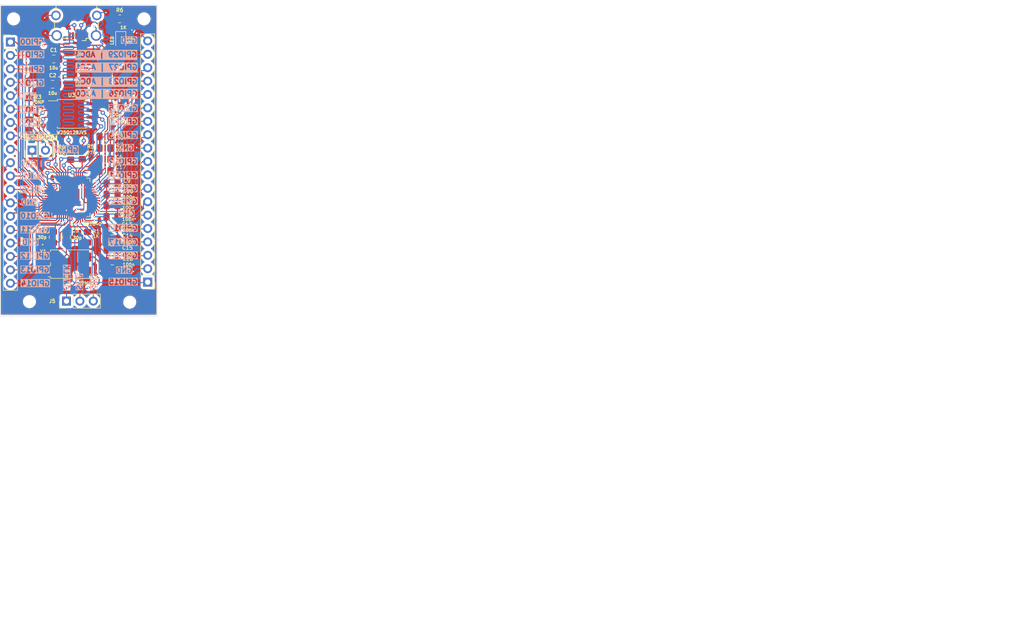
<source format=kicad_pcb>
(kicad_pcb (version 20221018) (generator pcbnew)
  (title_block (title "Minimal RP2040 Board Design") (date "2023-08-29") (rev "v1"))
  (layers (0 "F.Cu" signal) (1 "In1.Cu" signal) (2 "In2.Cu" signal) (31 "B.Cu" signal) (34 "B.Paste" user) (35 "F.Paste" user) (36 "B.SilkS" user "B.Silkscreen") (37 "F.SilkS" user "F.Silkscreen") (38 "B.Mask" user) (39 "F.Mask" user) (44 "Edge.Cuts" user))
  (net 0 "")
  (net 1 "VBUS")
  (net 2 "GND")
  (net 3 "+3.3V")
  (net 4 "/XIN")
  (net 5 "Net-(C5-Pad2)")
  (net 6 "+1V1")
  (net 7 "Net-(D1-K)")
  (net 8 "/USB_D-")
  (net 9 "/USB_D+")
  (net 11 "/USB_BOOT")
  (net 12 "/GPIO0")
  (net 13 "/GPIO1")
  (net 14 "/GPIO2")
  (net 15 "/GPIO3")
  (net 16 "/GPIO4")
  (net 17 "/GPIO5")
  (net 18 "/GPIO6")
  (net 19 "/GPIO7")
  (net 20 "/GPIO8")
  (net 21 "/GPIO9")
  (net 22 "/GPIO10")
  (net 23 "/GPIO11")
  (net 24 "/GPIO12")
  (net 25 "/GPIO13")
  (net 26 "/GPIO14")
  (net 27 "/GPIO15")
  (net 28 "/GPIO16")
  (net 29 "/GPIO17")
  (net 30 "/GPIO18")
  (net 31 "/GPIO19")
  (net 32 "/GPIO20")
  (net 33 "/GPIO21")
  (net 34 "/GPIO22")
  (net 35 "/GPIO23")
  (net 36 "/GPIO24")
  (net 37 "/GPIO25")
  (net 38 "/GPIO26_ADC0")
  (net 39 "/GPIO27_ADC1")
  (net 40 "/GPIO28_ADC2")
  (net 41 "/GPIO29_ADC3")
  (net 42 "/SWCLK")
  (net 43 "/SWD")
  (net 44 "/RUN")
  (net 45 "/XOUT")
  (net 46 "/QSPI_SS")
  (net 47 "Net-(U2-USB_DP)")
  (net 48 "Net-(U2-USB_DM)")
  (net 49 "/QSPI_SD3")
  (net 50 "/QSPI_SCLK")
  (net 51 "/QSPI_SD0")
  (net 52 "/QSPI_SD2")
  (net 53 "/QSPI_SD1")
  (footprint "Connector_USB:USB_Micro-B_Wuerth_629105150521_CircularHoles" (layer "F.Cu") (at 44.475 33.85 180)
    (fp_text reference "J1" hide)
    (fp_text value "USB_B_Micro" hide)
  )
  (footprint "Resistor_SMD:R_0805_2012Metric_Pad1.20x1.40mm_HandSolder" (layer "F.Cu") (at 45.575 58.15 -90)
    (fp_text reference "R5")
    (fp_text value "27R")
  )
  (footprint "Package_SO:SOIC-8_5.23x5.23mm_P1.27mm" (layer "F.Cu") (at 43.575 50.55)
    (fp_text reference "U3")
    (fp_text value "W25Q128JVS")
  )
  (footprint "Capacitor_SMD:C_0805_2012Metric_Pad1.18x1.45mm_HandSolder" (layer "F.Cu") (at 51.2125 67.95)
    (fp_text reference "C11")
    (fp_text value "100n")
  )
  (footprint "Capacitor_SMD:C_0805_2012Metric_Pad1.18x1.45mm_HandSolder" (layer "F.Cu") (at 51.2375 63.75)
    (fp_text reference "C9")
    (fp_text value "100n")
  )
  (footprint "Package_DFN_QFN:QFN-56-1EP_7x7mm_P0.4mm_EP3.2x3.2mm" (layer "F.Cu") (at 43.4375 66.3875)
    (fp_text reference "U2")
    (fp_text value "RP2040")
  )
  (footprint "MountingHole:MountingHole_2.1mm" (layer "F.Cu") (at 35.575 86.15)
    (fp_text reference "H3" hide)
    (fp_text value "MountingHole" hide)
  )
  (footprint "Capacitor_SMD:C_0805_2012Metric_Pad1.18x1.45mm_HandSolder" (layer "F.Cu") (at 39.975 44.95)
    (fp_text reference "C2")
    (fp_text value "10u")
  )
  (footprint "Capacitor_SMD:C_0805_2012Metric_Pad1.18x1.45mm_HandSolder" (layer "F.Cu") (at 49.875 57.05)
    (fp_text reference "C7")
    (fp_text value "100n")
  )
  (footprint "Resistor_SMD:R_0805_2012Metric_Pad1.20x1.40mm_HandSolder" (layer "F.Cu") (at 52.675 32.55)
    (fp_text reference "R6")
    (fp_text value "1K")
  )
  (footprint "Package_TO_SOT_SMD:SOT-223-3_TabPin2" (layer "F.Cu") (at 46.775 41.95 180)
    (fp_text reference "U1")
    (fp_text value "NCP1117-3.3_SOT223" hide)
  )
  (footprint "Resistor_SMD:R_0805_2012Metric_Pad1.20x1.40mm_HandSolder" (layer "F.Cu") (at 43.375 58.25 90)
    (fp_text reference "R4")
    (fp_text value "27R")
  )
  (footprint "Capacitor_SMD:C_0805_2012Metric_Pad1.18x1.45mm_HandSolder" (layer "F.Cu") (at 42.575 73.95 -90)
    (fp_text reference "C5")
    (fp_text value "30p")
  )
  (footprint "Capacitor_SMD:C_0805_2012Metric_Pad1.18x1.45mm_HandSolder" (layer "F.Cu") (at 40.075 73.95 90)
    (fp_text reference "C4")
    (fp_text value "30p")
  )
  (footprint "Connector_PinHeader_2.54mm:PinHeader_1x03_P2.54mm_Vertical" (layer "F.Cu") (at 42.595 86.05 90)
    (fp_text reference "J5")
    (fp_text value "Conn_01x03_Pin" hide)
  )
  (footprint "Crystal:Crystal_SMD_7050-4Pin_7.0x5.0mm" (layer "F.Cu") (at 43.275 79.05)
    (fp_text reference "Y1")
    (fp_text value "12MHZ")
  )
  (footprint "LED_SMD:LED_0805_2012Metric" (layer "F.Cu") (at 52.875 36.65 -90)
    (fp_text reference "D1")
    (fp_text value "LED")
  )
  (footprint "Capacitor_SMD:C_0805_2012Metric_Pad1.18x1.45mm_HandSolder" (layer "F.Cu") (at 51.2375 65.85)
    (fp_text reference "C10")
    (fp_text value "100n")
  )
  (footprint "MountingHole:MountingHole_2.1mm" (layer "F.Cu") (at 54.575 86.25)
    (fp_text reference "H4" hide)
    (fp_text value "MountingHole" hide)
  )
  (footprint "Capacitor_SMD:C_0805_2012Metric_Pad1.18x1.45mm_HandSolder" (layer "F.Cu") (at 49.875 54.85)
    (fp_text reference "C8")
    (fp_text value "100n")
  )
  (footprint "Connector_PinHeader_2.54mm:PinHeader_1x02_P2.54mm_Vertical" (layer "F.Cu") (at 36.075 57.45 90)
    (fp_text reference "J2")
    (fp_text value "Conn_01x02_Pin" hide)
  )
  (footprint "Capacitor_SMD:C_0805_2012Metric_Pad1.18x1.45mm_HandSolder" (layer "F.Cu") (at 51.2375 76.35)
    (fp_text reference "C15")
    (fp_text value "100n")
  )
  (footprint "MountingHole:MountingHole_2.1mm" (layer "F.Cu") (at 32.575 32.55)
    (fp_text reference "H1" hide)
    (fp_text value "MountingHole" hide)
  )
  (footprint "Resistor_SMD:R_0805_2012Metric_Pad1.20x1.40mm_HandSolder" (layer "F.Cu") (at 46.575 73.95 90)
    (fp_text reference "R1")
    (fp_text value "1K")
  )
  (footprint "Resistor_SMD:R_0805_2012Metric_Pad1.20x1.40mm_HandSolder" (layer "F.Cu") (at 35.475 52.65 -90)
    (fp_text reference "R2")
    (fp_text value "1K")
  )
  (footprint "Resistor_SMD:R_0805_2012Metric_Pad1.20x1.40mm_HandSolder" (layer "F.Cu") (at 35.475 48.55 -90)
    (fp_text reference "R3")
    (fp_text value "DNP")
  )
  (footprint "MountingHole:MountingHole_2.1mm" (layer "F.Cu") (at 57.275 32.55)
    (fp_text reference "H2" hide)
    (fp_text value "MountingHole" hide)
  )
  (footprint "Connector_PinHeader_2.54mm:PinHeader_1x19_P2.54mm_Vertical" (layer "F.Cu") (at 31.975 36.95)
    (fp_text reference "J3" hide)
    (fp_text value "Conn_01x15_Pin" hide)
  )
  (footprint "Capacitor_SMD:C_0805_2012Metric_Pad1.18x1.45mm_HandSolder" (layer "F.Cu") (at 51.2375 74.25)
    (fp_text reference "C14")
    (fp_text value "100n")
  )
  (footprint "Capacitor_SMD:C_0805_2012Metric_Pad1.18x1.45mm_HandSolder" (layer "F.Cu") (at 40.175 40.15)
    (fp_text reference "C1")
    (fp_text value "10u")
  )
  (footprint "Capacitor_SMD:C_0805_2012Metric_Pad1.18x1.45mm_HandSolder" (layer "F.Cu") (at 49.875 61.35)
    (fp_text reference "C17")
    (fp_text value "1u")
  )
  (footprint "Capacitor_SMD:C_0805_2012Metric_Pad1.18x1.45mm_HandSolder" (layer "F.Cu") (at 49.875 59.15)
    (fp_text reference "C6")
    (fp_text value "1u")
  )
  (footprint "Capacitor_SMD:C_0805_2012Metric_Pad1.18x1.45mm_HandSolder" (layer "F.Cu") (at 51.875 49.05)
    (fp_text reference "C3")
    (fp_text value "100n")
  )
  (footprint "Capacitor_SMD:C_0805_2012Metric_Pad1.18x1.45mm_HandSolder" (layer "F.Cu") (at 51.2125 72.15)
    (fp_text reference "C13")
    (fp_text value "100n")
  )
  (footprint "Connector_PinHeader_2.54mm:PinHeader_1x19_P2.54mm_Vertical" (layer "F.Cu") (at 57.975 82.45 180)
    (fp_text reference "J4" hide)
    (fp_text value "Conn_01x15_Pin" hide)
  )
  (footprint "Capacitor_SMD:C_0805_2012Metric_Pad1.18x1.45mm_HandSolder" (layer "F.Cu") (at 51.275 78.45)
    (fp_text reference "C16")
    (fp_text value "100n")
  )
  (footprint "Capacitor_SMD:C_0805_2012Metric_Pad1.18x1.45mm_HandSolder" (layer "F.Cu") (at 51.2125 70.05)
    (fp_text reference "C12")
    (fp_text value "100n")
  )
  (gr_rect (start 30.075 29.95) (end 59.775 88.85) (stroke (width 0.1)) (fill none) (layer "Edge.Cuts"))
  (gr_text "GPIO1" (at 38.5 39.9) (layer "B.SilkS" knockout) (effects (font (size 1 1) (thickness 0.25) bold) (justify left bottom mirror)))
  (gr_text "GPIO14" (at 39.6 83.3) (layer "B.SilkS" knockout) (effects (font (size 1 1) (thickness 0.25) bold) (justify left bottom mirror)))
  (gr_text "GPIO20" (at 56.2 65.3) (layer "B.SilkS" knockout) (effects (font (size 1 1) (thickness 0.25) bold) (justify left bottom mirror)))
  (gr_text "GPIO8" (at 38.5 62.9) (layer "B.SilkS" knockout) (effects (font (size 1 1) (thickness 0.25) bold) (justify left bottom mirror)))
  (gr_text "GPIO21" (at 56.2 62.8) (layer "B.SilkS" knockout) (effects (font (size 1 1) (thickness 0.25) bold) (justify left bottom mirror)))
  (gr_text "GND" (at 56.1 37.2) (layer "B.SilkS" knockout) (effects (font (size 1 1) (thickness 0.2) bold) (justify left bottom mirror)))
  (gr_text "GPIO24" (at 56.2 52.6) (layer "B.SilkS" knockout) (effects (font (size 1 1) (thickness 0.25) bold) (justify left bottom mirror)))
  (gr_text "GPIO6" (at 38.5 55.3) (layer "B.SilkS" knockout) (effects (font (size 1 1) (thickness 0.25) bold) (justify left bottom mirror)))
  (gr_text "GND" (at 37 47.8) (layer "B.SilkS" knockout) (effects (font (size 1 1) (thickness 0.2) bold) (justify left bottom mirror)))
  (gr_text "GPIO4" (at 38.5 50.4) (layer "B.SilkS" knockout) (effects (font (size 1 1) (thickness 0.25) bold) (justify left bottom mirror)))
  (gr_text "GPIO22" (at 56.2 60.2) (layer "B.SilkS" knockout) (effects (font (size 1 1) (thickness 0.25) bold) (justify left bottom mirror)))
  (gr_text "GPIO17" (at 56.2 75.5) (layer "B.SilkS" knockout) (effects (font (size 1 1) (thickness 0.25) bold) (justify left bottom mirror)))
  (gr_text "GPIO15" (at 56.2 83) (layer "B.SilkS" knockout) (effects (font (size 1 1) (thickness 0.25) bold) (justify left bottom mirror)))
  (gr_text "GND" (at 37.4 75.5) (layer "B.SilkS" knockout) (effects (font (size 1 1) (thickness 0.2) bold) (justify left bottom mirror)))
  (gr_text "GPIO19" (at 56.2 67.7) (layer "B.SilkS" knockout) (effects (font (size 1 1) (thickness 0.25) bold) (justify left bottom mirror)))
  (gr_text "GPIO25" (at 56.2 50.1) (layer "B.SilkS" knockout) (effects (font (size 1 1) (thickness 0.25) bold) (justify left bottom mirror)))
  (gr_text "GPIO3" (at 38.5 45.3) (layer "B.SilkS" knockout) (effects (font (size 1 1) (thickness 0.25) bold) (justify left bottom mirror)))
  (gr_text "GPIO27 | ADC1\n" (at 56.2 42.3) (layer "B.SilkS" knockout) (effects (font (size 1 1) (thickness 0.25) bold) (justify left bottom mirror)))
  (gr_text "GPIO16" (at 56.2 78) (layer "B.SilkS" knockout) (effects (font (size 1 1) (thickness 0.25) bold) (justify left bottom mirror)))
  (gr_text "GPIO28 | ADC1" (at 56.2 45) (layer "B.SilkS" knockout) (effects (font (size 1 1) (thickness 0.25) bold) (justify left bottom mirror)))
  (gr_text "SWD" (at 44.4 84.1 270) (layer "B.SilkS" knockout) (effects (font (size 1 1) (thickness 0.2) bold) (justify left bottom mirror)))
  (gr_text "GND" (at 55.5 57.6) (layer "B.SilkS" knockout) (effects (font (size 1 1) (thickness 0.2) bold) (justify left bottom mirror)))
  (gr_text "GND" (at 37.2 67.9) (layer "B.SilkS" knockout) (effects (font (size 1 1)) (justify left bottom mirror)))
  (gr_text "RUN\n" (at 47.1 84.1 270) (layer "B.SilkS" knockout) (effects (font (size 1 1) (thickness 0.2) bold) (justify left bottom mirror)))
  (gr_text "GND" (at 55.6 70.1) (layer "B.SilkS" knockout) (effects (font (size 1 1) (thickness 0.2) bold) (justify left bottom mirror)))
  (gr_text "GPIO11" (at 39.5 73.1) (layer "B.SilkS" knockout) (effects (font (size 1 1) (thickness 0.25) bold) (justify left bottom mirror)))
  (gr_text "GPIO26 | ADC0" (at 56.2 47.3) (layer "B.SilkS" knockout) (effects (font (size 1 1) (thickness 0.25) bold) (justify left bottom mirror)))
  (gr_text "GPIO18" (at 56.2 72.8) (layer "B.SilkS" knockout) (effects (font (size 1 1) (thickness 0.25) bold) (justify left bottom mirror)))
  (gr_text "GPIO5" (at 38.5 52.8) (layer "B.SilkS" knockout) (effects (font (size 1 1) (thickness 0.25) bold) (justify left bottom mirror)))
  (gr_text "GPIO12" (at 39.5 78.1) (layer "B.SilkS" knockout) (effects (font (size 1 1) (thickness 0.25) bold) (justify left bottom mirror)))
  (gr_text "GPIO9" (at 38.5 65.5) (layer "B.SilkS" knockout) (effects (font (size 1 1) (thickness 0.25) bold) (justify left bottom mirror)))
  (gr_text "GND" (at 37.2 60.6) (layer "B.SilkS" knockout) (effects (font (size 1 1) (thickness 0.2) bold) (justify left bottom mirror)))
  (gr_text "GPIO10" (at 39.5 70.5) (layer "B.SilkS" knockout) (effects (font (size 1 1) (thickness 0.25) bold) (justify left bottom mirror)))
  (gr_text "GPIO7" (at 45 57.9) (layer "B.SilkS" knockout) (effects (font (size 1 1) (thickness 0.25) bold) (justify left bottom mirror)))
  (gr_text "GPIO13" (at 39.5 80.7) (layer "B.SilkS" knockout) (effects (font (size 1 1) (thickness 0.25) bold) (justify left bottom mirror)))
  (gr_text "GPIO23" (at 56.2 55.2) (layer "B.SilkS" knockout) (effects (font (size 1 1) (thickness 0.25) bold) (justify left bottom mirror)))
  (gr_text "GND" (at 55.2 80.8) (layer "B.SilkS" knockout) (effects (font (size 1 1) (thickness 0.2) bold) (justify left bottom mirror)))
  (gr_text "GPIO0" (at 38.5 37.5) (layer "B.SilkS" knockout) (effects (font (size 1 1) (thickness 0.25) bold) (justify left bottom mirror)))
  (gr_text "GPIO2" (at 38.5 42.7) (layer "B.SilkS" knockout) (effects (font (size 1 1) (thickness 0.25) bold) (justify left bottom mirror)))
  (gr_text "GPIO29 | ADC3" (at 56.1 39.9) (layer "B.SilkS" knockout) (effects (font (size 1 1) (thickness 0.25) bold) (justify left bottom mirror)))
  (gr_text "SWCLK" (at 42 84.2 270) (layer "B.SilkS" knockout) (effects (font (size 1 1) (thickness 0.2) bold) (justify left bottom mirror)))
  (gr_text "USB BOOT" (at 34.5 55.5) (layer "F.SilkS" knockout) (effects (font (size 0.8 0.8) (thickness 0.2) bold) (justify left bottom)))
  (segment (start 49.925 39.65) (end 49.925 38.2) (width 0.2) (layer "F.Cu") (net 1))
  (segment (start 49.925 38.2) (end 49.275 37.55) (width 0.2) (layer "F.Cu") (net 1))
  (segment (start 39.675 37.95) (end 45.375 37.95) (width 0.2) (layer "F.Cu") (net 1))
  (segment (start 45.775 37.55) (end 45.775 35.75) (width 0.2) (layer "F.Cu") (net 1))
  (segment (start 39.1375 38.4875) (end 39.675 37.95) (width 0.2) (layer "F.Cu") (net 1))
  (segment (start 39.1375 40.15) (end 39.1375 38.4875) (width 0.2) (layer "F.Cu") (net 1))
  (segment (start 45.375 37.95) (end 45.775 37.55) (width 0.2) (layer "F.Cu") (net 1))
  (segment (start 49.275 37.55) (end 45.775 37.55) (width 0.2) (layer "F.Cu") (net 1))
  (segment (start 44.9 67.85) (end 45.475 67.85) (width 0.2) (layer "F.Cu") (net 2))
  (segment (start 52.25 67.95) (end 52.25 65.875) (width 0.2) (layer "F.Cu") (net 2))
  (segment (start 54.975 34.65) (end 54.975 33.85) (width 0.2) (layer "F.Cu") (net 2))
  (segment (start 52.3125 76.3875) (end 52.275 76.35) (width 0.2) (layer "F.Cu") (net 2))
  (segment (start 38.975 53.455) (end 39.975 52.455) (width 0.2) (layer "F.Cu") (net 2))
  (segment (start 52.9125 49.05) (end 52.9125 47.8125) (width 0.2) (layer "F.Cu") (net 2))
  (segment (start 41.2125 40.15) (end 41.2125 41.3875) (width 0.2) (layer "F.Cu") (net 2))
  (segment (start 43.4375 66.3875) (end 44.9 67.85) (width 0.2) (layer "F.Cu") (net 2))
  (segment (start 43.175 37.25) (end 43.075 37.35) (width 0.2) (layer "F.Cu") (net 2))
  (segment (start 49.925 44.25) (end 49.925 45.9) (width 0.2) (layer "F.Cu") (net 2))
  (segment (start 52.275 63.35) (end 50.9125 61.9875) (width 0.2) (layer "F.Cu") (net 2))
  (segment (start 52.275 63.75) (end 52.275 63.35) (width 0.2) (layer "F.Cu") (net 2))
  (segment (start 52.275 76.35) (end 52.275 74.25) (width 0.2) (layer "F.Cu") (net 2))
  (segment (start 41.375 73.15) (end 41.375 74.65) (width 0.2) (layer "F.Cu") (net 2))
  (segment (start 42.575 72.9125) (end 41.6125 72.9125) (width 0.2) (layer "F.Cu") (net 2))
  (segment (start 43.075 37.35) (end 38.575 37.35) (width 0.2) (layer "F.Cu") (net 2))
  (segment (start 52.275 65.85) (end 52.275 63.75) (width 0.2) (layer "F.Cu") (net 2))
  (segment (start 52.275 74.25) (end 52.275 72.175) (width 0.2) (layer "F.Cu") (net 2))
  (segment (start 49.925 45.9) (end 50.275 46.25) (width 0.2) (layer "F.Cu") (net 2))
  (segment (start 52.275 72.175) (end 52.25 72.15) (width 0.2) (layer "F.Cu") (net 2))
  (segment (start 41.6125 72.9125) (end 41.375 73.15) (width 0.2) (layer "F.Cu") (net 2))
  (segment (start 38.575 37.35) (end 38.275 37.65) (width 0.2) (layer "F.Cu") (net 2))
  (segment (start 41.175 74.85) (end 40.2125 74.85) (width 0.2) (layer "F.Cu") (net 2))
  (segment (start 41.375 74.65) (end 41.175 74.85) (width 0.2) (layer "F.Cu") (net 2))
  (segment (start 50.9125 57.05) (end 50.9125 59.15) (width 0.2) (layer "F.Cu") (net 2))
  (segment (start 50.9125 54.85) (end 53.575 52.1875) (width 0.2) (layer "F.Cu") (net 2))
  (segment (start 39.0282 53.7968) (end 38.975 53.7436) (width 0.2) (layer "F.Cu") (net 2))
  (segment (start 47.825 77.7) (end 48.475 78.35) (width 0.2) (layer "F.Cu") (net 2))
  (segment (start 48.475 78.35) (end 48.975 78.85) (width 0.2) (layer "F.Cu") (net 2))
  (segment (start 41.2125 41.3875) (end 41.375 41.55) (width 0.2) (layer "F.Cu") (net 2))
  (segment (start 43.175 35.75) (end 43.175 37.25) (width 0.2) (layer "F.Cu") (net 2))
  (segment (start 52.25 65.875) (end 52.275 65.85) (width 0.2) (layer "F.Cu") (net 2))
  (segment (start 46.225 80.4) (end 46.225 77.7) (width 0.2) (layer "F.Cu") (net 2))
  (segment (start 38.975 53.7436) (end 38.975 53.455) (width 0.2) (layer "F.Cu") (net 2))
  (segment (start 40.075 74.9875) (end 38.4375 74.9875) (width 0.2) (layer "F.Cu") (net 2))
  (segment (start 42.4375 69.825) (end 42.4375 68.9875) (width 0.2) (layer "F.Cu") (net 2))
  (segment (start 50.9125 59.15) (end 50.9125 61.35) (width 0.2) (layer "F.Cu") (net 2))
  (segment (start 48.975 78.85) (end 48.975 80.35) (width 0.2) (layer "F.Cu") (net 2))
  (segment (start 52.25 70.05) (end 52.25 67.95) (width 0.2) (layer "F.Cu") (net 2))
  (segment (start 40.2125 74.85) (end 40.075 74.9875) (width 0.2) (layer "F.Cu") (net 2))
  (segment (start 54.975 33.85) (end 53.675 32.55) (width 0.2) (layer "F.Cu") (net 2))
  (segment (start 53.575 52.1875) (end 53.575 51.75) (width 0.2) (layer "F.Cu") (net 2))
  (segment (start 41.0125 44.95) (end 41.0125 43.7125) (width 0.2) (layer "F.Cu") (net 2))
  (segment (start 52.25 70.05) (end 52.25 72.15) (width 0.2) (layer "F.Cu") (net 2))
  (segment (start 52.3125 78.45) (end 52.3125 76.3875) (width 0.2) (layer "F.Cu") (net 2))
  (segment (start 41.0125 43.7125) (end 41.175 43.55) (width 0.2) (layer "F.Cu") (net 2))
  (segment (start 50.9125 54.85) (end 50.9125 57.05) (width 0.2) (layer "F.Cu") (net 2))
  (segment (start 46.225 77.7) (end 47.825 77.7) (width 0.2) (layer "F.Cu") (net 2))
  (segment (start 52.9125 47.8125) (end 53.175 47.55) (width 0.2) (layer "F.Cu") (net 2))
  (segment (start 38.4375 74.9875) (end 38.075 75.35) (width 0.2) (layer "F.Cu") (net 2))
  (segment (start 50.9125 61.9875) (end 50.9125 61.35) (width 0.2) (layer "F.Cu") (net 2))
  (segment (start 42.4375 68.9875) (end 42.575 68.85) (width 0.2) (layer "F.Cu") (net 2))
  (via blind (at 38.075 75.35) (size 0.35) (drill 0.25) (layers "F.Cu" "In1.Cu") (net 2))
  (via blind (at 48.975 80.35) (size 0.35) (drill 0.25) (layers "F.Cu" "In1.Cu") (net 2))
  (via blind (at 39.0282 53.7968) (size 0.35) (drill 0.25) (layers "F.Cu" "In1.Cu") (net 2))
  (via (at 47.875 33.95) (size 0.35) (drill 0.25) (layers "F.Cu" "B.Cu") (net 2))
  (via blind (at 54.975 34.65) (size 0.35) (drill 0.25) (layers "F.Cu" "In1.Cu") (net 2))
  (via blind (at 53.175 47.55) (size 0.35) (drill 0.25) (layers "F.Cu" "In1.Cu") (net 2))
  (via blind (at 50.275 46.25) (size 0.35) (drill 0.25) (layers "F.Cu" "In1.Cu") (net 2))
  (via blind (at 41.375 41.55) (size 0.35) (drill 0.25) (layers "F.Cu" "In1.Cu") (net 2))
  (via (at 38.275 37.65) (size 0.35) (drill 0.25) (layers "F.Cu" "B.Cu") (net 2))
  (via blind (at 53.575 51.75) (size 0.35) (drill 0.25) (layers "F.Cu" "In1.Cu") (net 2))
  (via blind (at 45.475 67.85) (size 0.35) (drill 0.25) (layers "F.Cu" "In1.Cu") (net 2))
  (via blind (at 42.575 68.85) (size 0.35) (drill 0.25) (layers "F.Cu" "In1.Cu") (net 2))
  (via blind (at 41.175 43.55) (size 0.35) (drill 0.25) (layers "F.Cu" "In1.Cu") (net 2))
  (via blind (at 33.775 46.05) (size 0.35) (drill 0.25) (layers "In2.Cu" "B.Cu") (net 2))
  (via blind (at 50.075 31.35) (size 0.35) (drill 0.25) (layers "In2.Cu" "B.Cu") (net 2))
  (via blind (at 55.575 70.45) (size 0.35) (drill 0.25) (layers "In2.Cu" "B.Cu") (net 2))
  (via blind (at 34 74.6) (size 0.35) (drill 0.25) (layers "In2.Cu" "B.Cu") (net 2))
  (via blind (at 38.475 32.35) (size 0.35) (drill 0.25) (layers "In2.Cu" "B.Cu") (net 2))
  (via blind (at 33.8625 67.6375) (size 0.35) (drill 0.25) (layers "In2.Cu" "B.Cu") (net 2))
  (via blind (at 55.875 56.95) (size 0.35) (drill 0.25) (layers "In2.Cu" "B.Cu") (net 2))
  (via blind (at 36.375 59.75) (size 0.35) (drill 0.25) (layers "In2.Cu" "B.Cu") (net 2))
  (via blind (at 55.275 80.45) (size 0.35) (drill 0.25) (layers "In2.Cu" "B.Cu") (net 2))
  (via blind (at 38.575 35.25) (size 0.35) (drill 0.25) (layers "In2.Cu" "B.Cu") (net 2))
  (via blind (at 55.875 35.25) (size 0.35) (drill 0.25) (layers "In2.Cu" "B.Cu") (net 2))
  (segment (start 30.575 66.35) (end 31.655 67.43) (width 0.2) (layer "B.Cu") (net 2))
  (segment (start 48.9 31.35) (end 50.075 31.35) (width 0.2) (layer "B.Cu") (net 2))
  (segment (start 57.975 79.91) (end 55.815 79.91) (width 0.2) (layer "B.Cu") (net 2))
  (segment (start 33.775 46.05) (end 32.715 47.11) (width 0.2) (layer "B.Cu") (net 2))
  (segment (start 39.025 35.7) (end 38.575 35.25) (width 0.2) (layer "B.Cu") (net 2))
  (segment (start 55.975 57.05) (end 55.875 56.95) (width 0.2) (layer "B.Cu") (net 2))
  (segment (start 34 74.6) (end 33.55 75.05) (width 0.2) (layer "B.Cu") (net 2))
  (segment (start 55.815 79.91) (end 55.275 80.45) (width 0.2) (layer "B.Cu") (net 2))
  (segment (start 40.75 35.7) (end 39.025 35.7) (width 0.2) (layer "B.Cu") (net 2))
  (segment (start 31.975 59.81) (end 30.575 61.21) (width 0.2) (layer "B.Cu") (net 2))
  (segment (start 40.6 31.9) (end 38.925 31.9) (width 0.2) (layer "B.Cu") (net 2))
  (segment (start 56.275 69.75) (end 55.575 70.45) (width 0.2) (layer "B.Cu") (net 2))
  (segment (start 31.655 67.43) (end 31.975 67.43) (width 0.2) (layer "B.Cu") (net 2))
  (segment (start 48.2 34.275) (end 47.875 33.95) (width 0.2) (layer "B.Cu") (net 2))
  (segment (start 38.925 31.9) (end 38.475 32.35) (width 0.2) (layer "B.Cu") (net 2))
  (segment (start 36.075 57.45) (end 36.075 59.45) (width 0.2) (layer "B.Cu") (net 2))
  (segment (start 36.075 59.45) (end 36.375 59.75) (width 0.2) (layer "B.Cu") (net 2))
  (segment (start 33.8625 67.6375) (end 33.655 67.43) (width 0.2) (layer "B.Cu") (net 2))
  (segment (start 57.975 57.05) (end 55.975 57.05) (width 0.2) (layer "B.Cu") (net 2))
  (segment (start 32.715 47.11) (end 31.975 47.11) (width 0.2) (layer "B.Cu") (net 2))
  (segment (start 55.875 35.25) (end 56.495 35.25) (width 0.2) (layer "B.Cu") (net 2))
  (segment (start 57.975 69.75) (end 56.275 69.75) (width 0.2) (layer "B.Cu") (net 2))
  (segment (start 48.2 35.7) (end 48.2 34.275) (width 0.2) (layer "B.Cu") (net 2))
  (segment (start 30.575 61.21) (end 30.575 66.35) (width 0.2) (layer "B.Cu") (net 2))
  (segment (start 56.495 35.25) (end 57.975 36.73) (width 0.2) (layer "B.Cu") (net 2))
  (segment (start 33.655 67.43) (end 31.975 67.43) (width 0.2) (layer "B.Cu") (net 2))
  (segment (start 33.55 75.05) (end 31.975 75.05) (width 0.2) (layer "B.Cu") (net 2))
  (segment (start 48.35 31.9) (end 48.9 31.35) (width 0.2) (layer "B.Cu") (net 2))
  (segment (start 40 67.3875) (end 40.5375 67.3875) (width 0.2) (layer "F.Cu") (net 3))
  (segment (start 50.2 63.75) (end 49.175 63.75) (width 0.2) (layer "F.Cu") (net 3))
  (segment (start 50.2 76.35) (end 50.2 74.25) (width 0.2) (layer "F.Cu") (net 3))
  (segment (start 40.5375 67.3875) (end 40.875 67.05) (width 0.2) (layer "F.Cu") (net 3))
  (segment (start 48.8375 61.35) (end 49.375 61.35) (width 0.2) (layer "F.Cu") (net 3))
  (segment (start 48.27 48.645) (end 48.675 49.05) (width 0.2) (layer "F.Cu") (net 3))
  (segment (start 46.875 63.7875) (end 46.875 63.15) (width 0.2) (layer "F.Cu") (net 3))
  (segment (start 48.375 41.95) (end 43.625 41.95) (width 0.2) (layer "F.Cu") (net 3))
  (segment (start 39.1125 63.7875) (end 40 63.7875) (width 0.2) (layer "F.Cu") (net 3))
  (segment (start 43.025 42.55) (end 39.575 42.55) (width 0.2) (layer "F.Cu") (net 3))
  (segment (start 40 67.3875) (end 37.4375 67.3875) (width 0.2) (layer "F.Cu") (net 3))
  (segment (start 46.875 67.3875) (end 46.1125 67.3875) (width 0.2) (layer "F.Cu") (net 3))
  (segment (start 50.875 49.0875) (end 50.8375 49.05) (width 0.2) (layer "F.Cu") (net 3))
  (segment (start 50.375 51.35) (end 50.875 50.85) (width 0.2) (layer "F.Cu") (net 3))
  (segment (start 48.8375 61.35) (end 48.7375 61.25) (width 0.2) (layer "F.Cu") (net 3))
  (segment (start 48.8375 63.4125) (end 48.8375 61.35) (width 0.2) (layer "F.Cu") (net 3))
  (segment (start 38.970993 61.74936) (end 38.970993 63.645993) (width 0.2) (layer "F.Cu") (net 3))
  (segment (start 49.175 63.75) (end 48.8375 63.4125) (width 0.2) (layer "F.Cu") (net 3))
  (segment (start 41.3 65.325) (end 41.3 64.075) (width 0.2) (layer "F.Cu") (net 3))
  (segment (start 50.2 74.25) (end 50.2 72.175) (width 0.2) (layer "F.Cu") (net 3))
  (segment (start 46.875 63.15) (end 46.675 62.95) (width 0.2) (layer "F.Cu") (net 3))
  (segment (start 45.975 64.15) (end 46.3375 63.7875) (width 0.2) (layer "F.Cu") (net 3))
  (segment (start 49.925 41.95) (end 51.975 41.95) (width 0.2) (layer "F.Cu") (net 3))
  (segment (start 50.2 76.35) (end 50.2 78.4125) (width 0.2) (layer "F.Cu") (net 3))
  (segment (start 50.2 72.175) (end 50.175 72.15) (width 0.2) (layer "F.Cu") (net 3))
  (segment (start 35.475 45.85) (end 36.375 44.95) (width 0.2) (layer "F.Cu") (net 3))
  (segment (start 46.3375 63.7875) (end 46.875 63.7875) (width 0.2) (layer "F.Cu") (net 3))
  (segment (start 38.970993 63.645993) (end 39.1125 63.7875) (width 0.2) (layer "F.Cu") (net 3))
  (segment (start 46.075 61.75) (end 46.475 61.75) (width 0.2) (layer "F.Cu") (net 3))
  (segment (start 50.175 67.95) (end 50.175 70.05) (width 0.2) (layer "F.Cu") (net 3))
  (segment (start 43.6375 70.625242) (end 43.6375 69.825) (width 0.2) (layer "F.Cu") (net 3))
  (segment (start 46.675 62.95) (end 46.0375 62.95) (width 0.2) (layer "F.Cu") (net 3))
  (segment (start 43.6375 62.95) (end 44.0375 62.95) (width 0.2) (layer "F.Cu") (net 3))
  (segment (start 44.0375 61.9495) (end 43.738 61.65) (width 0.2) (layer "F.Cu") (net 3))
  (segment (start 50.175 70.05) (end 50.175 72.15) (width 0.2) (layer "F.Cu") (net 3))
  (segment (start 41.3 64.075) (end 41.0125 63.7875) (width 0.2) (layer "F.Cu") (net 3))
  (segment (start 41.0125 63.7875) (end 40 63.7875) (width 0.2) (layer "F.Cu") (net 3))
  (segment (start 49.875 54.05) (end 50.375 53.55) (width 0.2) (layer "F.Cu") (net 3))
  (segment (start 52.875 41.05) (end 52.875 37.5875) (width 0.2) (layer "F.Cu") (net 3))
  (segment (start 47.175 45.55) (end 48.375 44.35) (width 0.2) (layer "F.Cu") (net 3))
  (segment (start 48.7375 61.25) (end 46.075 61.25) (width 0.2) (layer "F.Cu") (net 3))
  (segment (start 50.375 53.55) (end 50.375 51.35) (width 0.2) (layer "F.Cu") (net 3))
  (segment (start 48.27 48.645) (end 47.175 48.645) (width 0.2) (layer "F.Cu") (net 3))
  (segment (start 49.875 60.85) (end 49.875 54.05) (width 0.2) (layer "F.Cu") (net 3))
  (segment (start 40.875 67.05) (end 40.875 65.75) (width 0.2) (layer "F.Cu") (net 3))
  (segment (start 43.778406 70.766148) (end 43.6375 70.625242) (width 0.2) (layer "F.Cu") (net 3))
  (segment (start 39.575 42.55) (end 38.9375 43.1875) (width 0.2) (layer "F.Cu") (net 3))
  (segment (start 50.875 50.85) (end 50.875 49.0875) (width 0.2) (layer "F.Cu") (net 3))
  (segment (start 45.975 67.25) (end 45.975 64.15) (width 0.2) (layer "F.Cu") (net 3))
  (segment (start 46.0375 62.95) (end 45.6375 62.95) (width 0.2) (layer "F.Cu") (net 3))
  (segment (start 37.4375 67.3875) (end 37.375 67.45) (width 0.2) (layer "F.Cu") (net 3))
  (segment (start 50.2 65.85) (end 50.2 67.925) (width 0.2) (layer "F.Cu") (net 3))
  (segment (start 50.8375 49.05) (end 48.675 49.05) (width 0.2) (layer "F.Cu") (net 3))
  (segment (start 50.2 67.925) (end 50.175 67.95) (width 0.2) (layer "F.Cu") (net 3))
  (segment (start 35.475 47.55) (end 35.475 45.85) (width 0.2) (layer "F.Cu") (net 3))
  (segment (start 45.825 61.5) (end 45.6375 61.6875) (width 0.2) (layer "F.Cu") (net 3))
  (segment (start 49.375 61.35) (end 49.875 60.85) (width 0.2) (layer "F.Cu") (net 3))
  (segment (start 50.2 63.75) (end 50.2 65.85) (width 0.2) (layer "F.Cu") (net 3))
  (segment (start 51.975 41.95) (end 52.875 41.05) (width 0.2) (layer "F.Cu") (net 3))
  (segment (start 49.925 41.95) (end 48.375 41.95) (width 0.2) (layer "F.Cu") (net 3))
  (segment (start 46.075 61.25) (end 45.825 61.5) (width 0.2) (layer "F.Cu") (net 3))
  (segment (start 50.2 78.4125) (end 50.2375 78.45) (width 0.2) (layer "F.Cu") (net 3))
  (segment (start 47.175 48.645) (end 47.175 45.55) (width 0.2) (layer "F.Cu") (net 3))
  (segment (start 36.375 44.95) (end 38.9375 44.95) (width 0.2) (layer "F.Cu") (net 3))
  (segment (start 45.825 61.5) (end 46.075 61.75) (width 0.2) (layer "F.Cu") (net 3))
  (segment (start 48.375 44.35) (end 48.375 41.95) (width 0.2) (layer "F.Cu") (net 3))
  (segment (start 43.625 41.95) (end 43.025 42.55) (width 0.2) (layer "F.Cu") (net 3))
  (segment (start 44.0375 62.95) (end 44.0375 61.9495) (width 0.2) (layer "F.Cu") (net 3))
  (segment (start 45.6375 61.6875) (end 45.6375 62.95) (width 0.2) (layer "F.Cu") (net 3))
  (segment (start 40.875 65.75) (end 41.3 65.325) (width 0.2) (layer "F.Cu") (net 3))
  (segment (start 46.1125 67.3875) (end 45.975 67.25) (width 0.2) (layer "F.Cu") (net 3))
  (segment (start 38.9375 43.1875) (end 38.9375 44.95) (width 0.2) (layer "F.Cu") (net 3))
  (via (at 43.778406 70.766148) (size 0.35) (drill 0.25) (layers "F.Cu" "B.Cu") (net 3))
  (via (at 38.970993 61.74936) (size 0.8) (drill 0.4) (layers "F.Cu" "B.Cu") (remove_unused_layers) (net 3))
  (via (at 37.375 67.45) (size 0.35) (drill 0.25) (layers "F.Cu" "B.Cu") (net 3))
  (via (at 46.475 61.75) (size 0.35) (drill 0.25) (layers "F.Cu" "B.Cu") (net 3))
  (via (at 43.738 61.65) (size 0.8) (drill 0.4) (layers "F.Cu" "B.Cu") (remove_unused_layers) (net 3))
  (segment (start 38.275 70.35) (end 37.375 69.45) (width 0.2) (layer "B.Cu") (net 3))
  (segment (start 38.97564 61.74936) (end 39.075 61.65) (width 0.2) (layer "B.Cu") (net 3))
  (segment (start 38.970993 61.74936) (end 38.97564 61.74936) (width 0.2) (layer "B.Cu") (net 3))
  (segment (start 46.475 61.75) (end 46.375 61.65) (width 0.2) (layer "B.Cu") (net 3))
  (segment (start 46.375 61.65) (end 43.738 61.65) (width 0.2) (layer "B.Cu") (net 3))
  (segment (start 37.375 69.45) (end 37.375 67.45) (width 0.2) (layer "B.Cu") (net 3))
  (segment (start 43.778406 70.766148) (end 42.991148 70.766148) (width 0.2) (layer "B.Cu") (net 3))
  (segment (start 42.991148 70.766148) (end 42.575 70.35) (width 0.2) (layer "B.Cu") (net 3))
  (segment (start 39.075 61.65) (end 43.738 61.65) (width 0.2) (layer "B.Cu") (net 3))
  (segment (start 42.575 70.35) (end 38.275 70.35) (width 0.2) (layer "B.Cu") (net 3))
  (segment (start 37.825 80.4) (end 36.875 79.45) (width 0.2) (layer "F.Cu") (net 4))
  (segment (start 40.475 71.65) (end 40.475 72.15) (width 0.2) (layer "F.Cu") (net 4))
  (segment (start 37.275 71.65) (end 40.475 71.65) (width 0.2) (layer "F.Cu") (net 4))
  (segment (start 40.475 72.15) (end 40.075 72.55) (width 0.2) (layer "F.Cu") (net 4))
  (segment (start 36.875 72.05) (end 37.275 71.65) (width 0.2) (layer "F.Cu") (net 4))
  (segment (start 42.8375 70.9875) (end 42.8375 69.825) (width 0.2) (layer "F.Cu") (net 4))
  (segment (start 40.475 71.65) (end 42.175 71.65) (width 0.2) (layer "F.Cu") (net 4))
  (segment (start 36.875 79.45) (end 36.875 72.05) (width 0.2) (layer "F.Cu") (net 4))
  (segment (start 40.325 80.4) (end 37.825 80.4) (width 0.2) (layer "F.Cu") (net 4))
  (segment (start 42.175 71.65) (end 42.8375 70.9875) (width 0.2) (layer "F.Cu") (net 4))
  (segment (start 40.075 72.55) (end 40.075 72.9125) (width 0.2) (layer "F.Cu") (net 4))
  (segment (start 42.575 77.25) (end 42.125 77.7) (width 0.2) (layer "F.Cu") (net 5))
  (segment (start 46.5375 74.9875) (end 42.575 74.9875) (width 0.2) (layer "F.Cu") (net 5))
  (segment (start 42.575 74.9875) (end 42.575 77.25) (width 0.2) (layer "F.Cu") (net 5))
  (segment (start 46.575 74.95) (end 46.5375 74.9875) (width 0.2) (layer "F.Cu") (net 5))
  (segment (start 42.125 77.7) (end 40.325 77.7) (width 0.2) (layer "F.Cu") (net 5))
  (segment (start 48.8375 57.05) (end 48.8375 59.15) (width 0.2) (layer "F.Cu") (net 6))
  (segment (start 45.475 64.45) (end 45.475 63.925) (width 0.2) (layer "F.Cu") (net 6))
  (segment (start 45.2375 61.453186) (end 46.140686 60.55) (width 0.2) (layer "F.Cu") (net 6))
  (segment (start 48.8375 54.85) (end 48.8375 57.05) (width 0.2) (layer "F.Cu") (net 6))
  (segment (start 44.475 68.65) (end 44.375 68.65) (width 0.2) (layer "F.Cu") (net 6))
  (segment (start 45.2375 62.95) (end 45.2375 61.453186) (width 0.2) (layer "F.Cu") (net 6))
  (segment (start 48.175 59.15) (end 48.8375 59.15) (width 0.2) (layer "F.Cu") (net 6))
  (segment (start 45.475 63.925) (end 45.2375 63.6875) (width 0.2) (layer "F.Cu") (net 6))
  (segment (start 43.2375 62.95) (end 43.2375 63.8125) (width 0.2) (layer "F.Cu") (net 6))
  (segment (start 46.775 60.55) (end 48.175 59.15) (width 0.2) (layer "F.Cu") (net 6))
  (segment (start 44.975 63.95) (end 45.2375 63.6875) (width 0.2) (layer "F.Cu") (net 6))
  (segment (start 43.2375 63.8125) (end 43.375 63.95) (width 0.2) (layer "F.Cu") (net 6))
  (segment (start 44.0375 68.9875) (end 44.0375 69.825) (width 0.2) (layer "F.Cu") (net 6))
  (segment (start 44.375 68.65) (end 44.0375 68.9875) (width 0.2) (layer "F.Cu") (net 6))
  (segment (start 43.375 63.95) (end 44.975 63.95) (width 0.2) (layer "F.Cu") (net 6))
  (segment (start 45.2375 63.6875) (end 45.2375 62.95) (width 0.2) (layer "F.Cu") (net 6))
  (segment (start 46.140686 60.55) (end 46.775 60.55) (width 0.2) (layer "F.Cu") (net 6))
  (via (at 45.475 64.45) (size 0.35) (drill 0.25) (layers "F.Cu" "B.Cu") (net 6))
  (via (at 44.475 68.65) (size 0.35) (drill 0.25) (layers "F.Cu" "B.Cu") (net 6))
  (segment (start 45.775 68.65) (end 44.475 68.65) (width 0.2) (layer "B.Cu") (net 6))
  (segment (start 45.875 68.55) (end 45.775 68.65) (width 0.2) (layer "B.Cu") (net 6))
  (segment (start 45.875 66.95) (end 45.875 68.55) (width 0.2) (layer "B.Cu") (net 6))
  (segment (start 45.475 64.45) (end 45.475 66.55) (width 0.2) (layer "B.Cu") (net 6))
  (segment (start 45.475 66.55) (end 45.875 66.95) (width 0.2) (layer "B.Cu") (net 6))
  (segment (start 51.675 33.75) (end 52.875 34.95) (width 0.2) (layer "F.Cu") (net 7))
  (segment (start 52.875 34.95) (end 52.875 35.7125) (width 0.2) (layer "F.Cu") (net 7))
  (segment (start 51.675 32.55) (end 51.675 33.75) (width 0.2) (layer "F.Cu") (net 7))
  (segment (start 45.875 56.15) (end 45.875 55.65) (width 0.2) (layer "F.Cu") (net 8))
  (segment (start 45.375 34.45) (end 45.375 33.75) (width 0.2) (layer "F.Cu") (net 8))
  (segment (start 45.125 34.7) (end 45.375 34.45) (width 0.2) (layer "F.Cu") (net 8))
  (segment (start 45.575 57.15) (end 45.575 56.45) (width 0.2) (layer "F.Cu") (net 8))
  (segment (start 45.575 56.45) (end 45.875 56.15) (width 0.2) (layer "F.Cu") (net 8))
  (segment (start 45.125 35.75) (end 45.125 34.7) (width 0.2) (layer "F.Cu") (net 8))
  (via (at 45.375 33.75) (size 0.8) (drill 0.4) (layers "F.Cu" "B.Cu") (net 8))
  (via (at 45.875 55.65) (size 0.8) (drill 0.4) (layers "F.Cu" "B.Cu") (net 8))
  (segment (start 46.575 48.25) (end 45.875 48.25) (width 0.2) (layer "B.Cu") (net 8))
  (segment (start 48.934314 34.575) (end 48.792892 34.433578) (width 0.2) (layer "B.Cu") (net 8))
  (segment (start 50.2 35.925) (end 49.8 35.925) (width 0.2) (layer "B.Cu") (net 8))
  (segment (start 49.005022 33.090074) (end 48.722179 33.372916) (width 0.2) (layer "B.Cu") (net 8))
  (segment (start 45.175 53.65) (end 45.575 53.65) (width 0.2) (layer "B.Cu") (net 8))
  (segment (start 45.175 46.45) (end 45.875 46.45) (width 0.2) (layer "B.Cu") (net 8))
  (segment (start 45.975 33.15) (end 45.375 33.75) (width 0.2) (layer "B.Cu") (net 8))
  (segment (start 48.738786 39.07616) (end 48.738786 39.076161) (width 0.2) (layer "B.Cu") (net 8))
  (segment (start 48.880211 37.94479) (end 49.5 37.325) (width 0.2) (layer "B.Cu") (net 8))
  (segment (start 45.875 50.05) (end 46.575 50.05) (width 0.2) (layer "B.Cu") (net 8))
  (segment (start 45.875 50.65) (end 45.175 50.65) (width 0.2) (layer "B.Cu") (net 8))
  (segment (start 46.575 49.45) (end 45.875 49.45) (width 0.2) (layer "B.Cu") (net 8))
  (segment (start 45.875 42.35) (end 46.575 42.35) (width 0.2) (layer "B.Cu") (net 8))
  (segment (start 45.875 51.85) (end 45.175 51.85) (width 0.2) (layer "B.Cu") (net 8))
  (segment (start 45.875 48.85) (end 46.575 48.85) (width 0.2) (layer "B.Cu") (net 8))
  (segment (start 45.875 42.95) (end 45.175 42.95) (width 0.2) (layer "B.Cu") (net 8))
  (segment (start 49.5 34.975) (end 49.5 34.575) (width 0.2) (layer "B.Cu") (net 8))
  (segment (start 46.575 45.85) (end 46.175 45.85) (width 0.2) (layer "B.Cu") (net 8))
  (segment (start 45.875 48.25) (end 45.175 48.25) (width 0.2) (layer "B.Cu") (net 8))
  (segment (start 47.324574 38.51048) (end 47.324574 38.510479) (width 0.2) (layer "B.Cu") (net 8))
  (segment (start 48.297915 33.372916) (end 48.297916 33.372916) (width 0.2) (layer "B.Cu") (net 8))
  (segment (start 45.875 52.45) (end 46.575 52.45) (width 0.2) (layer "B.Cu") (net 8))
  (segment (start 48.075 33.15) (end 47.425 33.15) (width 0.2) (layer "B.Cu") (net 8))
  (segment (start 47.890255 39.924691) (end 47.890255 39.924692) (width 0.2) (layer "B.Cu") (net 8))
  (segment (start 48.173105 37.661948) (end 48.455948 37.944791) (width 0.2) (layer "B.Cu") (net 8))
  (segment (start 46.175 44.15) (end 45.175 44.15) (width 0.2) (layer "B.Cu") (net 8))
  (segment (start 45.875 47.65) (end 46.575 47.65) (width 0.2) (layer "B.Cu") (net 8))
  (segment (start 48.297916 33.372916) (end 48.075 33.15) (width 0.2) (layer "B.Cu") (net 8))
  (segment (start 45.875 51.25) (end 46.575 51.25) (width 0.2) (layer "B.Cu") (net 8))
  (segment (start 46.575 41.75) (end 46.175 41.75) (width 0.2) (layer "B.Cu") (net 8))
  (segment (start 48.738786 39.076161) (end 47.748839 38.086213) (width 0.2) (layer "B.Cu") (net 8))
  (segment (start 46.175 44.75) (end 46.575 44.75) (width 0.2) (layer "B.Cu") (net 8))
  (segment (start 45.875 45.55) (end 45.875 45.05) (width 0.2) (layer "B.Cu") (net 8))
  (segment (start 46.525 32.45) (end 46.525 32.85) (width 0.2) (layer "B.Cu") (net 8))
  (segment (start 46.575 51.85) (end 45.875 51.85) (width 0.2) (layer "B.Cu") (net 8))
  (segment (start 46.575 47.05) (end 45.875 47.05) (width 0.2) (layer "B.Cu") (net 8))
  (segment (start 48.792891 34.150734) (end 49.429287 33.514338) (width 0.2) (layer "B.Cu") (net 8))
  (segment (start 45.175 43.55) (end 45.875 43.55) (width 0.2) (layer "B.Cu") (net 8))
  (segment (start 46.476043 39.35901) (end 47.465991 40.348957) (width 0.2) (layer "B.Cu") (net 8))
  (segment (start 47.890255 39.924692) (end 46.900308 38.934744) (width 0.2) (layer "B.Cu") (net 8))
  (segment (start 46.575 53.05) (end 45.875 53.05) (width 0.2) (layer "B.Cu") (net 8))
  (segment (start 48.173105 37.661949) (end 48.173105 37.661948) (width 0.2) (layer "B.Cu") (net 8))
  (segment (start 46.225 33.15) (end 45.975 33.15) (width 0.2) (layer "B.Cu") (net 8))
  (segment (start 46.575 44.15) (end 46.175 44.15) (width 0.2) (layer "B.Cu") (net 8))
  (segment (start 45.875 41.45) (end 45.875 40.95) (width 0.2) (layer "B.Cu") (net 8))
  (segment (start 45.175 47.65) (end 45.875 47.65) (width 0.2) (layer "B.Cu") (net 8))
  (segment (start 45.175 42.35) (end 45.875 42.35) (width 0.2) (layer "B.Cu") (net 8))
  (segment (start 48.934312 34.574999) (end 48.934314 34.575) (width 0.2) (layer "B.Cu") (net 8))
  (segment (start 47.125 32.85) (end 47.125 32.45) (width 0.2) (layer "B.Cu") (net 8))
  (segment (start 45.875 49.45) (end 45.175 49.45) (width 0.2) (layer "B.Cu") (net 8))
  (segment (start 45.575 54.25) (end 45.175 54.25) (width 0.2) (layer "B.Cu") (net 8))
  (segment (start 45.175 51.25) (end 45.875 51.25) (width 0.2) (layer "B.Cu") (net 8))
  (segment (start 49.1 36.925) (end 49.1 36.725) (width 0.2) (layer "B.Cu") (net 8))
  (segment (start 45.575 53.65) (end 46.575 53.65) (width 0.2) (layer "B.Cu") (net 8))
  (segment (start 49.5 35.625) (end 49.5 34.975) (width 0.2) (layer "B.Cu") (net 8))
  (segment (start 46.575 50.65) (end 45.875 50.65) (width 0.2) (layer "B.Cu") (net 8))
  (segment (start 45.875 46.45) (end 46.575 46.45) (width 0.2) (layer "B.Cu") (net 8))
  (segment (start 46.476043 39.359011) (end 46.476043 39.35901) (width 0.2) (layer "B.Cu") (net 8))
  (segment (start 46.575 42.95) (end 45.875 42.95) (width 0.2) (layer "B.Cu") (net 8))
  (segment (start 48.880212 37.944791) (end 48.880211 37.94479) (width 0.2) (layer "B.Cu") (net 8))
  (segment (start 45.875 43.55) (end 46.575 43.55) (width 0.2) (layer "B.Cu") (net 8))
  (segment (start 47.324574 38.510479) (end 48.314522 39.500426) (width 0.2) (layer "B.Cu") (net 8))
  (segment (start 45.175 50.05) (end 45.875 50.05) (width 0.2) (layer "B.Cu") (net 8))
  (segment (start 45.875 40.95) (end 46.334619 40.490381) (width 0.2) (layer "B.Cu") (net 8))
  (segment (start 49.3 36.525) (end 49.5 36.525) (width 0.2) (layer "B.Cu") (net 8))
  (segment (start 48.792893 34.150735) (end 48.792891 34.150734) (width 0.2) (layer "B.Cu") (net 8))
  (segment (start 49.005022 33.090073) (end 49.005022 33.090074) (width 0.2) (layer "B.Cu") (net 8))
  (segment (start 45.175 48.85) (end 45.875 48.85) (width 0.2) (layer "B.Cu") (net 8))
  (segment (start 49.5 36.525) (end 50.2 36.525) (width 0.2) (layer "B.Cu") (net 8))
  (segment (start 49.217157 34.574999) (end 49.217156 34.574999) (width 0.2) (layer "B.Cu") (net 8))
  (segment (start 45.875 47.05) (end 45.175 47.05) (width 0.2) (layer "B.Cu") (net 8))
  (segment (start 45.875 53.05) (end 45.175 53.05) (width 0.2) (layer "B.Cu") (net 8))
  (segment (start 46.334619 40.066117) (end 46.051777 39.783275) (width 0.2) (layer "B.Cu") (net 8))
  (segment (start 45.875 55.65) (end 45.875 54.55) (width 0.2) (layer "B.Cu") (net 8))
  (segment (start 45.175 52.45) (end 45.875 52.45) (width 0.2) (layer "B.Cu") (net 8))
  (arc (start 45.175 47.05) (mid 44.962868 46.962132) (end 44.875 46.75) (width 0.2) (layer "B.Cu") (net 8))
  (arc (start 50.5 36.225) (mid 50.412132 36.012868) (end 50.2 35.925) (width 0.2) (layer "B.Cu") (net 8))
  (arc (start 46.575 44.75) (mid 46.787132 44.662132) (end 46.875 44.45) (width 0.2) (layer "B.Cu") (net 8))
  (arc (start 46.900308 38.934744) (mid 46.81244 38.722612) (end 46.900308 38.51048) (width 0.2) (layer "B.Cu") (net 8))
  (arc (start 46.575 52.45) (mid 46.787132 52.362132) (end 46.875 52.15) (width 0.2) (layer "B.Cu") (net 8))
  (arc (start 46.875 47.35) (mid 46.787132 47.137868) (end 46.575 47.05) (width 0.2) (layer "B.Cu") (net 8))
  (arc (start 46.875 46.15) (mid 46.787132 45.937868) (end 46.575 45.85) (width 0.2) (layer "B.Cu") (net 8))
  (arc (start 46.875 49.75) (mid 46.787132 49.537868) (end 46.575 49.45) (width 0.2) (layer "B.Cu") (net 8))
  (arc (start 46.875 44.45) (mid 46.787132 44.237868) (end 46.575 44.15) (width 0.2) (layer "B.Cu") (net 8))
  (arc (start 48.455948 37.944791) (mid 48.66808 38.032659) (end 48.880212 37.944791) (width 0.2) (layer "B.Cu") (net 8))
  (arc (start 47.465991 40.348957) (mid 47.678123 40.436825) (end 47.890255 40.348957) (width 0.2) (layer "B.Cu") (net 8))
  (arc (start 48.722179 33.372916) (mid 48.510047 33.460784) (end 48.297915 33.372916) (width 0.2) (layer "B.Cu") (net 8))
  (arc (start 45.175 54.25) (mid 44.962868 54.162132) (end 44.875 53.95) (width 0.2) (layer "B.Cu") (net 8))
  (arc (start 46.175 41.75) (mid 45.962868 41.662132) (end 45.875 41.45) (width 0.2) (layer "B.Cu") (net 8))
  (arc (start 48.314522 39.500426) (mid 48.526654 39.588294) (end 48.738786 39.500426) (width 0.2) (layer "B.Cu") (net 8))
  (arc (start 46.575 47.65) (mid 46.787132 47.562132) (end 46.875 47.35) (width 0.2) (layer "B.Cu") (net 8))
  (arc (start 44.875 49.15) (mid 44.962868 48.937868) (end 45.175 48.85) (width 0.2) (layer "B.Cu") (net 8))
  (arc (start 47.125 32.45) (mid 47.037132 32.237868) (end 46.825 32.15) (width 0.2) (layer "B.Cu") (net 8))
  (arc (start 49.217156 34.574999) (mid 49.075735 34.633579) (end 48.934312 34.574999) (width 0.2) (layer "B.Cu") (net 8))
  (arc (start 46.051777 39.783275) (mid 45.963909 39.571143) (end 46.051777 39.359011) (width 0.2) (layer "B.Cu") (net 8))
  (arc (start 46.875 53.35) (mid 46.787132 53.137868) (end 46.575 53.05) (width 0.2) (layer "B.Cu") (net 8))
  (arc (start 48.738786 39.500426) (mid 48.826654 39.288293) (end 48.738786 39.07616) (width 0.2) (layer "B.Cu") (net 8))
  (arc (start 46.575 48.85) (mid 46.787132 48.762132) (end 46.875 48.55) (width 0.2) (layer "B.Cu") (net 8))
  (arc (start 44.875 43.85) (mid 44.962868 43.637868) (end 45.175 43.55) (width 0.2) (layer "B.Cu") (net 8))
  (arc (start 44.875 51.55) (mid 44.962868 51.337868) (end 45.175 51.25) (width 0.2) (layer "B.Cu") (net 8))
  (arc (start 45.175 51.85) (mid 44.962868 51.762132) (end 44.875 51.55) (width 0.2) (layer "B.Cu") (net 8))
  (arc (start 47.890255 40.348957) (mid 47.978123 40.136824) (end 47.890255 39.924691) (width 0.2) (layer "B.Cu") (net 8))
  (arc (start 45.175 53.05) (mid 44.962868 52.962132) (end 44.875 52.75) (width 0.2) (layer "B.Cu") (net 8))
  (arc (start 47.748839 37.661949) (mid 47.960973 37.57408) (end 48.173105 37.661949) (width 0.2) (layer "B.Cu") (net 8))
  (arc (start 46.875 42.05) (mid 46.787132 41.837868) (end 46.575 41.75) (width 0.2) (layer "B.Cu") (net 8))
  (arc (start 46.334619 40.490381) (mid 46.422487 40.278249) (end 46.334619 40.066117) (width 0.2) (layer "B.Cu") (net 8))
  (arc (start 49.5 37.325) (mid 49.441421 37.183579) (end 49.3 37.125) (width 0.2) (layer "B.Cu") (net 8))
  (arc (start 46.525 32.85) (mid 46.437132 33.062132) (end 46.225 33.15) (width 0.2) (layer "B.Cu") (net 8))
  (arc (start 46.875 48.55) (mid 46.787132 48.337868) (end 46.575 48.25) (width 0.2) (layer "B.Cu") (net 8))
  (arc (start 47.425 33.15) (mid 47.212868 33.062132) (end 47.125 32.85) (width 0.2) (layer "B.Cu") (net 8))
  (arc (start 46.575 51.25) (mid 46.787132 51.162132) (end 46.875 50.95) (width 0.2) (layer "B.Cu") (net 8))
  (arc (start 49.429287 33.090074) (mid 49.217155 33.002205) (end 49.005022 33.090073) (width 0.2) (layer "B.Cu") (net 8))
  (arc (start 46.900308 38.51048) (mid 47.112442 38.422611) (end 47.324574 38.51048) (width 0.2) (layer "B.Cu") (net 8))
  (arc (start 45.875 54.55) (mid 45.787132 54.337868) (end 45.575 54.25) (width 0.2) (layer "B.Cu") (net 8))
  (arc (start 46.575 53.65) (mid 46.787132 53.562132) (end 46.875 53.35) (width 0.2) (layer "B.Cu") (net 8))
  (arc (start 44.875 47.95) (mid 44.962868 47.737868) (end 45.175 47.65) (width 0.2) (layer "B.Cu") (net 8))
  (arc (start 46.825 32.15) (mid 46.612868 32.237868) (end 46.525 32.45) (width 0.2) (layer "B.Cu") (net 8))
  (arc (start 44.875 53.95) (mid 44.962868 53.737868) (end 45.175 53.65) (width 0.2) (layer "B.Cu") (net 8))
  (arc (start 49.8 35.925) (mid 49.587868 35.837132) (end 49.5 35.625) (width 0.2) (layer "B.Cu") (net 8))
  (arc (start 45.175 44.15) (mid 44.962868 44.062132) (end 44.875 43.85) (width 0.2) (layer "B.Cu") (net 8))
  (arc (start 50.2 36.525) (mid 50.412132 36.437132) (end 50.5 36.225) (width 0.2) (layer "B.Cu") (net 8))
  (arc (start 47.748839 38.086213) (mid 47.660971 37.874081) (end 47.748839 37.661949) (width 0.2) (layer "B.Cu") (net 8))
  (arc (start 49.429287 33.514338) (mid 49.517155 33.302206) (end 49.429287 33.090074) (width 0.2) (layer "B.Cu") (net 8))
  (arc (start 44.875 46.75) (mid 44.962868 46.537868) (end 45.175 46.45) (width 0.2) (layer "B.Cu") (net 8))
  (arc (start 46.575 46.45) (mid 46.787132 46.362132) (end 46.875 46.15) (width 0.2) (layer "B.Cu") (net 8))
  (arc (start 45.175 50.65) (mid 44.962868 50.562132) (end 44.875 50.35) (width 0.2) (layer "B.Cu") (net 8))
  (arc (start 48.792892 34.433578) (mid 48.734314 34.292156) (end 48.792893 34.150735) (width 0.2) (layer "B.Cu") (net 8))
  (arc (start 46.875 50.95) (mid 46.787132 50.737868) (end 46.575 50.65) (width 0.2) (layer "B.Cu") (net 8))
  (arc (start 49.3 37.125) (mid 49.158579 37.066421) (end 49.1 36.925) (width 0.2) (layer "B.Cu") (net 8))
  (arc (start 49.5 34.575) (mid 49.358579 34.516421) (end 49.217157 34.574999) (width 0.2) (layer "B.Cu") (net 8))
  (arc (start 45.175 42.95) (mid 44.962868 42.862132) (end 44.875 42.65) (width 0.2) (layer "B.Cu") (net 8))
  (arc (start 46.175 45.85) (mid 45.962868 45.762132) (end 45.875 45.55) (width 0.2) (layer "B.Cu") (net 8))
  (arc (start 46.875 43.25) (mid 46.787132 43.037868) (end 46.575 42.95) (width 0.2) (layer "B.Cu") (net 8))
  (arc (start 46.575 43.55) (mid 46.787132 43.462132) (end 46.875 43.25) (width 0.2) (layer "B.Cu") (net 8))
  (arc (start 45.175 48.25) (mid 44.962868 48.162132) (end 44.875 47.95) (width 0.2) (layer "B.Cu") (net 8))
  (arc (start 45.175 49.45) (mid 44.962868 49.362132) (end 44.875 49.15) (width 0.2) (layer "B.Cu") (net 8))
  (arc (start 46.875 52.15) (mid 46.787132 51.937868) (end 46.575 51.85) (width 0.2) (layer "B.Cu") (net 8))
  (arc (start 44.875 50.35) (mid 44.962868 50.137868) (end 45.175 50.05) (width 0.2) (layer "B.Cu") (net 8))
  (arc (start 44.875 52.75) (mid 44.962868 52.537868) (end 45.175 52.45) (width 0.2) (layer "B.Cu") (net 8))
  (arc (start 45.875 45.05) (mid 45.962868 44.837868) (end 46.175 44.75) (width 0.2) (layer "B.Cu") (net 8))
  (arc (start 44.875 42.65) (mid 44.962868 42.437868) (end 45.175 42.35) (width 0.2) (layer "B.Cu") (net 8))
  (arc (start 46.575 50.05) (mid 46.787132 49.962132) (end 46.875 49.75) (width 0.2) (layer "B.Cu") (net 8))
  (arc (start 49.1 36.725) (mid 49.158579 36.583579) (end 49.3 36.525) (width 0.2) (layer "B.Cu") (net 8))
  (arc (start 46.575 42.35) (mid 46.787132 42.262132) (end 46.875 42.05) (width 0.2) (layer "B.Cu") (net 8))
  (arc (start 46.051777 39.359011) (mid 46.263911 39.271142) (end 46.476043 39.359011) (width 0.2) (layer "B.Cu") (net 8))
  (segment (start 44.475 35.75) (end 44.475 34.925) (width 0.2) (layer "F.Cu") (net 9))
  (segment (start 44.475 34.925) (end 44.075 34.525) (width 0.2) (layer "F.Cu") (net 9))
  (segment (start 44.075 34.525) (end 44.075 33.75) (width 0.2) (layer "F.Cu") (net 9))
  (segment (start 43.375 56.35) (end 42.975 55.95) (width 0.2) (layer "F.Cu") (net 9))
  (segment (start 42.975 55.95) (end 42.975 55.55) (width 0.2) (layer "F.Cu") (net 9))
  (segment (start 43.375 57.25) (end 43.375 56.35) (width 0.2) (layer "F.Cu") (net 9))
  (via (at 44.075 33.75) (size 0.8) (drill 0.4) (layers "F.Cu" "B.Cu") (net 9))
  (via (at 42.975 55.55) (size 0.8) (drill 0.4) (layers "F.Cu" "B.Cu") (net 9))
  (segment (start 42.975 36.55) (end 42.275 36.55) (width 0.2) (layer "B.Cu") (net 9))
  (segment (start 42.275 45.55) (end 42.975 45.55) (width 0.2) (layer "B.Cu") (net 9))
  (segment (start 42.975 37.75) (end 42.275 37.75) (width 0.2) (layer "B.Cu") (net 9))
  (segment (start 42.675 53.95) (end 43.675 53.95) (width 0.2) (layer "B.Cu") (net 9))
  (segment (start 43.675 46.15) (end 42.975 46.15) (width 0.2) (layer "B.Cu") (net 9))
  (segment (start 42.975 48.55) (end 42.275 48.55) (width 0.2) (layer "B.Cu") (net 9))
  (segment (start 42.975 52.15) (end 42.275 52.15) (width 0.2) (layer "B.Cu") (net 9))
  (segment (start 42.975 46.15) (end 42.275 46.15) (width 0.2) (layer "B.Cu") (net 9))
  (segment (start 42.975 35.05) (end 42.975 34.478141) (width 0.2) (layer "B.Cu") (net 9))
  (segment (start 42.975 41.95) (end 43.675 41.95) (width 0.2) (layer "B.Cu") (net 9))
  (segment (start 42.975 53.35) (end 42.275 53.35) (width 0.2) (layer "B.Cu") (net 9))
  (segment (start 42.275 40.75) (end 42.975 40.75) (width 0.2) (layer "B.Cu") (net 9))
  (segment (start 43.675 52.15) (end 42.975 52.15) (width 0.2) (layer "B.Cu") (net 9))
  (segment (start 42.975 55.55) (end 42.975 54.85) (width 0.2) (layer "B.Cu") (net 9))
  (segment (start 42.975 40.75) (end 43.675 40.75) (width 0.2) (layer "B.Cu") (net 9))
  (segment (start 42.275 51.55) (end 42.975 51.55) (width 0.2) (layer "B.Cu") (net 9))
  (segment (start 42.975 42.55) (end 42.275 42.55) (width 0.2) (layer "B.Cu") (net 9))
  (segment (start 42.975 37.15) (end 43.675 37.15) (width 0.2) (layer "B.Cu") (net 9))
  (segment (start 42.975 47.35) (end 42.275 47.35) (width 0.2) (layer "B.Cu") (net 9))
  (segment (start 42.275 46.75) (end 42.975 46.75) (width 0.2) (layer "B.Cu") (net 9))
  (segment (start 42.275 37.15) (end 42.975 37.15) (width 0.2) (layer "B.Cu") (net 9))
  (segment (start 42.975 40.15) (end 42.275 40.15) (width 0.2) (layer "B.Cu") (net 9))
  (segment (start 42.975 50.95) (end 42.275 50.95) (width 0.2) (layer "B.Cu") (net 9))
  (segment (start 43.675 47.35) (end 42.975 47.35) (width 0.2) (layer "B.Cu") (net 9))
  (segment (start 42.975 49.15) (end 43.675 49.15) (width 0.2) (layer "B.Cu") (net 9))
  (segment (start 42.275 49.15) (end 42.975 49.15) (width 0.2) (layer "B.Cu") (net 9))
  (segment (start 42.275 38.35) (end 42.975 38.35) (width 0.2) (layer "B.Cu") (net 9))
  (segment (start 42.975 39.55) (end 43.675 39.55) (width 0.2) (layer "B.Cu") (net 9))
  (segment (start 42.275 41.95) (end 42.975 41.95) (width 0.2) (layer "B.Cu") (net 9))
  (segment (start 43.675 48.55) (end 42.975 48.55) (width 0.2) (layer "B.Cu") (net 9))
  (segment (start 42.975 34.478141) (end 42.975 34.25) (width 0.2) (layer "B.Cu") (net 9))
  (segment (start 42.975 46.75) (end 43.675 46.75) (width 0.2) (layer "B.Cu") (net 9))
  (segment (start 42.975 51.55) (end 43.675 51.55) (width 0.2) (layer "B.Cu") (net 9))
  (segment (start 42.975 43.15) (end 43.675 43.15) (width 0.2) (layer "B.Cu") (net 9))
  (segment (start 42.975 47.95) (end 43.675 47.95) (width 0.2) (layer "B.Cu") (net 9))
  (segment (start 43.675 49.75) (end 42.975 49.75) (width 0.2) (layer "B.Cu") (net 9))
  (segment (start 42.275 44.35) (end 42.975 44.35) (width 0.2) (layer "B.Cu") (net 9))
  (segment (start 42.975 49.75) (end 42.275 49.75) (width 0.2) (layer "B.Cu") (net 9))
  (segment (start 42.275 52.75) (end 42.975 52.75) (width 0.2) (layer "B.Cu") (net 9))
  (segment (start 42.975 50.35) (end 43.675 50.35) (width 0.2) (layer "B.Cu") (net 9))
  (segment (start 42.275 53.95) (end 42.675 53.95) (width 0.2) (layer "B.Cu") (net 9))
  (segment (start 42.275 35.95) (end 42.975 35.95) (width 0.2) (layer "B.Cu") (net 9))
  (segment (start 42.975 38.95) (end 42.275 38.95) (width 0.2) (layer "B.Cu") (net 9))
  (segment (start 43.675 36.55) (end 42.975 36.55) (width 0.2) (layer "B.Cu") (net 9))
  (segment (start 43.675 41.35) (end 42.975 41.35) (width 0.2) (layer "B.Cu") (net 9))
  (segment (start 42.275 43.15) (end 42.975 43.15) (width 0.2) (layer "B.Cu") (net 9))
  (segment (start 42.975 35.95) (end 43.675 35.95) (width 0.2) (layer "B.Cu") (net 9))
  (segment (start 42.975 41.35) (end 42.275 41.35) (width 0.2) (layer "B.Cu") (net 9))
  (segment (start 42.975 44.35) (end 43.675 44.35) (width 0.2) (layer "B.Cu") (net 9))
  (segment (start 43.675 44.95) (end 42.975 44.95) (width 0.2) (layer "B.Cu") (net 9))
  (segment (start 42.275 47.95) (end 42.975 47.95) (width 0.2) (layer "B.Cu") (net 9))
  (segment (start 42.975 44.95) (end 42.275 44.95) (width 0.2) (layer "B.Cu") (net 9))
  (segment (start 42.975 43.75) (end 42.275 43.75) (width 0.2) (layer "B.Cu") (net 9))
  (segment (start 43.675 53.35) (end 42.975 53.35) (width 0.2) (layer "B.Cu") (net 9))
  (segment (start 43.675 35.35) (end 43.275 35.35) (width 0.2) (layer "B.Cu") (net 9))
  (segment (start 42.275 50.35) (end 42.975 50.35) (width 0.2) (layer "B.Cu") (net 9))
  (segment (start 42.275 39.55) (end 42.975 39.55) (width 0.2) (layer "B.Cu") (net 9))
  (segment (start 43.675 43.75) (end 42.975 43.75) (width 0.2) (layer "B.Cu") (net 9))
  (segment (start 42.675 54.55) (end 42.275 54.55) (width 0.2) (layer "B.Cu") (net 9))
  (segment (start 43.675 37.75) (end 42.975 37.75) (width 0.2) (layer "B.Cu") (net 9))
  (segment (start 43.675 40.15) (end 42.975 40.15) (width 0.2) (layer "B.Cu") (net 9))
  (segment (start 42.975 45.55) (end 43.675 45.55) (width 0.2) (layer "B.Cu") (net 9))
  (segment (start 42.975 34.25) (end 43.475 33.75) (width 0.2) (layer "B.Cu") (net 9))
  (segment (start 42.975 52.75) (end 43.675 52.75) (width 0.2) (layer "B.Cu") (net 9))
  (segment (start 42.975 38.35) (end 43.675 38.35) (width 0.2) (layer "B.Cu") (net 9))
  (segment (start 43.675 38.95) (end 42.975 38.95) (width 0.2) (layer "B.Cu") (net 9))
  (segment (start 43.675 50.95) (end 42.975 50.95) (width 0.2) (layer "B.Cu") (net 9))
  (segment (start 43.675 42.55) (end 42.975 42.55) (width 0.2) (layer "B.Cu") (net 9))
  (segment (start 43.475 33.75) (end 44.075 33.75) (width 0.2) (layer "B.Cu") (net 9))
  (arc (start 41.975 44.65) (mid 42.062868 44.437868) (end 42.275 44.35) (width 0.2) (layer "B.Cu") (net 9))
  (arc (start 43.675 51.55) (mid 43.887132 51.462132) (end 43.975 51.25) (width 0.2) (layer "B.Cu") (net 9))
  (arc (start 42.275 52.15) (mid 42.062868 52.062132) (end 41.975 51.85) (width 0.2) (layer "B.Cu") (net 9))
  (arc (start 41.975 41.05) (mid 42.062868 40.837868) (end 42.275 40.75) (width 0.2) (layer "B.Cu") (net 9))
  (arc (start 42.975 54.85) (mid 42.887132 54.637868) (end 42.675 54.55) (width 0.2) (layer "B.Cu") (net 9))
  (arc (start 43.675 44.35) (mid 43.887132 44.262132) (end 43.975 44.05) (width 0.2) (layer "B.Cu") (net 9))
  (arc (start 43.975 52.45) (mid 43.887132 52.237868) (end 43.675 52.15) (width 0.2) (layer "B.Cu") (net 9))
  (arc (start 42.275 46.15) (mid 42.062868 46.062132) (end 41.975 45.85) (width 0.2) (layer "B.Cu") (net 9))
  (arc (start 42.275 50.95) (mid 42.062868 50.862132) (end 41.975 50.65) (width 0.2) (layer "B.Cu") (net 9))
  (arc (start 41.975 38.65) (mid 42.062868 38.437868) (end 42.275 38.35) (width 0.2) (layer "B.Cu") (net 9))
  (arc (start 42.275 54.55) (mid 42.062868 54.462132) (end 41.975 54.25) (width 0.2) (layer "B.Cu") (net 9))
  (arc (start 43.675 43.15) (mid 43.887132 43.062132) (end 43.975 42.85) (width 0.2) (layer "B.Cu") (net 9))
  (arc (start 42.275 38.95) (mid 42.062868 38.862132) (end 41.975 38.65) (width 0.2) (layer "B.Cu") (net 9))
  (arc (start 43.675 49.15) (mid 43.887132 49.062132) (end 43.975 48.85) (width 0.2) (layer "B.Cu") (net 9))
  (arc (start 43.975 53.65) (mid 43.887132 53.437868) (end 43.675 53.35) (width 0.2) (layer "B.Cu") (net 9))
  (arc (start 43.675 37.15) (mid 43.887132 37.062132) (end 43.975 36.85) (width 0.2) (layer "B.Cu") (net 9))
  (arc (start 43.675 50.35) (mid 43.887132 50.262132) (end 43.975 50.05) (width 0.2) (layer "B.Cu") (net 9))
  (arc (start 41.975 36.25) (mid 42.062868 36.037868) (end 42.275 35.95) (width 0.2) (layer "B.Cu") (net 9))
  (arc (start 42.275 43.75) (mid 42.062868 43.662132) (end 41.975 43.45) (width 0.2) (layer "B.Cu") (net 9))
  (arc (start 42.275 40.15) (mid 42.062868 40.062132) (end 41.975 39.85) (width 0.2) (layer "B.Cu") (net 9))
  (arc (start 41.975 54.25) (mid 42.062868 54.037868) (end 42.275 53.95) (width 0.2) (layer "B.Cu") (net 9))
  (arc (start 43.675 40.75) (mid 43.887132 40.662132) (end 43.975 40.45) (width 0.2) (layer "B.Cu") (net 9))
  (arc (start 41.975 50.65) (mid 42.062868 50.437868) (end 42.275 50.35) (width 0.2) (layer "B.Cu") (net 9))
  (arc (start 42.275 48.55) (mid 42.062868 48.462132) (end 41.975 48.25) (width 0.2) (layer "B.Cu") (net 9))
  (arc (start 42.275 53.35) (mid 42.062868 53.262132) (end 41.975 53.05) (width 0.2) (layer "B.Cu") (net 9))
  (arc (start 41.975 45.85) (mid 42.062868 45.637868) (end 42.275 45.55) (width 0.2) (layer "B.Cu") (net 9))
  (arc (start 41.975 47.05) (mid 42.062868 46.837868) (end 42.275 46.75) (width 0.2) (layer "B.Cu") (net 9))
  (arc (start 43.975 51.25) (mid 43.887132 51.037868) (end 43.675 50.95) (width 0.2) (layer "B.Cu") (net 9))
  (arc (start 43.675 52.75) (mid 43.887132 52.662132) (end 43.975 52.45) (width 0.2) (layer "B.Cu") (net 9))
  (arc (start 43.275 35.35) (mid 43.062868 35.262132) (end 42.975 35.05) (width 0.2) (layer "B.Cu") (net 9))
  (arc (start 41.975 49.45) (mid 42.062868 49.237868) (end 42.275 49.15) (width 0.2) (layer "B.Cu") (net 9))
  (arc (start 43.675 35.95) (mid 43.887132 35.862132) (end 43.975 35.65) (width 0.2) (layer "B.Cu") (net 9))
  (arc (start 43.975 42.85) (mid 43.887132 42.637868) (end 43.675 42.55) (width 0.2) (layer "B.Cu") (net 9))
  (arc (start 41.975 43.45) (mid 42.062868 43.237868) (end 42.275 43.15) (width 0.2) (layer "B.Cu") (net 9))
  (arc (start 42.275 42.55) (mid 42.062868 42.462132) (end 41.975 42.25) (width 0.2) (layer "B.Cu") (net 9))
  (arc (start 41.975 42.25) (mid 42.062868 42.037868) (end 42.275 41.95) (width 0.2) (layer "B.Cu") (net 9))
  (arc (start 41.975 48.25) (mid 42.062868 48.037868) (end 42.275 47.95) (width 0.2) (layer "B.Cu") (net 9))
  (arc (start 43.975 45.25) (mid 43.887132 45.037868) (end 43.675 44.95) (width 0.2) (layer "B.Cu") (net 9))
  (arc (start 43.975 46.45) (mid 43.887132 46.237868) (end 43.675 46.15) (width 0.2) (layer "B.Cu") (net 9))
  (arc (start 43.975 40.45) (mid 43.887132 40.237868) (end 43.675 40.15) (width 0.2) (layer "B.Cu") (net 9))
  (arc (start 41.975 51.85) (mid 42.062868 51.637868) (end 42.275 51.55) (width 0.2) (layer "B.Cu") (net 9))
  (arc (start 42.275 41.35) (mid 42.062868 41.262132) (end 41.975 41.05) (width 0.2) (layer "B.Cu") (net 9))
  (arc (start 43.975 35.65) (mid 43.887132 35.437868) (end 43.675 35.35) (width 0.2) (layer "B.Cu") (net 9))
  (arc (start 43.675 47.95) (mid 43.887132 47.862132) (end 43.975 47.65) (width 0.2) (layer "B.Cu") (net 9))
  (arc (start 43.975 44.05) (mid 43.887132 43.837868) (end 43.675 43.75) (width 0.2) (layer "B.Cu") (net 9))
  (arc (start 43.675 53.95) (mid 43.887132 53.862132) (end 43.975 53.65) (width 0.2) (layer "B.Cu") (net 9))
  (arc (start 43.675 38.35) (mid 43.887132 38.262132) (end 43.975 38.05) (width 0.2) (layer "B.Cu") (net 9))
  (arc (start 43.975 41.65) (mid 43.887132 41.437868) (end 43.675 41.35) (width 0.2) (layer "B.Cu") (net 9))
  (arc (start 43.675 46.75) (mid 43.887132 46.662132) (end 43.975 46.45) (width 0.2) (layer "B.Cu") (net 9))
  (arc (start 42.275 47.35) (mid 42.062868 47.262132) (end 41.975 47.05) (width 0.2) (layer "B.Cu") (net 9))
  (arc (start 42.275 49.75) (mid 42.062868 49.662132) (end 41.975 49.45) (width 0.2) (layer "B.Cu") (net 9))
  (arc (start 41.975 37.45) (mid 42.062868 37.237868) (end 42.275 37.15) (width 0.2) (layer "B.Cu") (net 9))
  (arc (start 43.975 47.65) (mid 43.887132 47.437868) (end 43.675 47.35) (width 0.2) (layer "B.Cu") (net 9))
  (arc (start 43.975 38.05) (mid 43.887132 37.837868) (end 43.675 37.75) (width 0.2) (layer "B.Cu") (net 9))
  (arc (start 42.275 36.55) (mid 42.062868 36.462132) (end 41.975 36.25) (width 0.2) (layer "B.Cu") (net 9))
  (arc (start 43.975 36.85) (mid 43.887132 36.637868) (end 43.675 36.55) (width 0.2) (layer "B.Cu") (net 9))
  (arc (start 43.975 50.05) (mid 43.887132 49.837868) (end 43.675 49.75) (width 0.2) (layer "B.Cu") (net 9))
  (arc (start 41.975 53.05) (mid 42.062868 52.837868) (end 42.275 52.75) (width 0.2) (layer "B.Cu") (net 9))
  (arc (start 42.275 44.95) (mid 42.062868 44.862132) (end 41.975 44.65) (width 0.2) (layer "B.Cu") (net 9))
  (arc (start 43.975 39.25) (mid 43.887132 39.037868) (end 43.675 38.95) (width 0.2) (layer "B.Cu") (net 9))
  (arc (start 41.975 39.85) (mid 42.062868 39.637868) (end 42.275 39.55) (width 0.2) (layer "B.Cu") (net 9))
  (arc (start 43.675 45.55) (mid 43.887132 45.462132) (end 43.975 45.25) (width 0.2) (layer "B.Cu") (net 9))
  (arc (start 43.675 39.55) (mid 43.887132 39.462132) (end 43.975 39.25) (width 0.2) (layer "B.Cu") (net 9))
  (arc (start 42.275 37.75) (mid 42.062868 37.662132) (end 41.975 37.45) (width 0.2) (layer "B.Cu") (net 9))
  (arc (start 43.975 48.85) (mid 43.887132 48.637868) (end 43.675 48.55) (width 0.2) (layer "B.Cu") (net 9))
  (arc (start 43.675 41.95) (mid 43.887132 41.862132) (end 43.975 41.65) (width 0.2) (layer "B.Cu") (net 9))
  (segment (start 38.175 55.65) (end 38.615 56.09) (width 0.2) (layer "F.Cu") (net 11))
  (segment (start 35.475 55.35) (end 35.775 55.65) (width 0.2) (layer "F.Cu") (net 11))
  (segment (start 38.615 56.09) (end 38.615 57.45) (width 0.2) (layer "F.Cu") (net 11))
  (segment (start 35.475 53.65) (end 35.475 55.35) (width 0.2) (layer "F.Cu") (net 11))
  (segment (start 35.775 55.65) (end 38.175 55.65) (width 0.2) (layer "F.Cu") (net 11))
  (segment (start 34.375 58.85) (end 34.375 55.184315) (width 0.2) (layer "F.Cu") (net 12))
  (segment (start 34.275 38.25) (end 32.975 36.95) (width 0.2) (layer "F.Cu") (net 12))
  (segment (start 38.946814 64.1875) (end 37.2 62.440685) (width 0.2) (layer "F.Cu") (net 12))
  (segment (start 37.2 61.675) (end 34.375 58.85) (width 0.2) (layer "F.Cu") (net 12))
  (segment (start 37.2 62.440685) (end 37.2 61.675) (width 0.2) (layer "F.Cu") (net 12))
  (segment (start 34.375 55.184315) (end 34.275 55.084315) (width 0.2) (layer "F.Cu") (net 12))
  (segment (start 40 64.1875) (end 38.946814 64.1875) (width 0.2) (layer "F.Cu") (net 12))
  (segment (start 32.975 36.95) (end 31.975 36.95) (width 0.2) (layer "F.Cu") (net 12))
  (segment (start 34.275 55.084315) (end 34.275 38.25) (width 0.2) (layer "F.Cu") (net 12))
  (segment (start 34.975 43.05) (end 34.975 40.55) (width 0.2) (layer "F.Cu") (net 13))
  (segment (start 38.366898 64.278629) (end 38.403629 64.278629) (width 0.2) (layer "F.Cu") (net 13))
  (segment (start 38.7125 64.5875) (end 40 64.5875) (width 0.2) (layer "F.Cu") (net 13))
  (segment (start 38.403629 64.278629) (end 38.7125 64.5875) (width 0.2) (layer "F.Cu") (net 13))
  (via (at 34.975 40.55) (size 0.35) (drill 0.25) (layers "F.Cu" "B.Cu") (net 13))
  (via (at 38.366898 64.278629) (size 0.35) (drill 0.25) (layers "F.Cu" "B.Cu") (net 13))
  (via (at 34.975 43.05) (size 0.35) (drill 0.25) (layers "F.Cu" "B.Cu") (net 13))
  (segment (start 36.275 61.05) (end 34.775 59.55) (width 0.2) (layer "B.Cu") (net 13))
  (segment (start 34.775 43.25) (end 34.975 43.05) (width 0.2) (layer "B.Cu") (net 13))
  (segment (start 34.775 59.55) (end 34.775 59.15) (width 0.2) (layer "B.Cu") (net 13))
  (segment (start 34.775 59.15) (end 34.775 43.25) (width 0.2) (layer "B.Cu") (net 13))
  (segment (start 38.366898 64.278629) (end 38.366898 63.141898) (width 0.2) (layer "B.Cu") (net 13))
  (segment (start 36.775 61.55) (end 36.275 61.05) (width 0.2) (layer "B.Cu") (net 13))
  (segment (start 34.615 39.49) (end 31.975 39.49) (width 0.2) (layer "B.Cu") (net 13))
  (segment (start 34.975 40.55) (end 34.975 39.85) (width 0.2) (layer "B.Cu") (net 13))
  (segment (start 34.975 39.85) (end 34.615 39.49) (width 0.2) (layer "B.Cu") (net 13))
  (segment (start 38.366898 63.141898) (end 36.775 61.55) (width 0.2) (layer "B.Cu") (net 13))
  (segment (start 40.825 64.694975) (end 40.532475 64.9875) (width 0.2) (layer "F.Cu") (net 14))
  (segment (start 40.532475 64.9875) (end 40 64.9875) (width 0.2) (layer "F.Cu") (net 14))
  (segment (start 40.825 64.5) (end 40.825 64.694975) (width 0.2) (layer "F.Cu") (net 14))
  (via (at 40.825 64.5) (size 0.35) (drill 0.25) (layers "F.Cu" "B.Cu") (net 14))
  (segment (start 36.275 42.85) (end 35.455 42.03) (width 0.2) (layer "B.Cu") (net 14))
  (segment (start 36.275 53.315686) (end 36.275 42.85) (width 0.2) (layer "B.Cu") (net 14))
  (segment (start 40.825 64.5) (end 40.675 64.35) (width 0.2) (layer "B.Cu") (net 14))
  (segment (start 39.575 62.85) (end 38.975 62.85) (width 0.2) (layer "B.Cu") (net 14))
  (segment (start 35.455 42.03) (end 31.975 42.03) (width 0.2) (layer "B.Cu") (net 14))
  (segment (start 38.975 62.85) (end 37.225 61.1) (width 0.2) (layer "B.Cu") (net 14))
  (segment (start 40.675 63.95) (end 39.575 62.85) (width 0.2) (layer "B.Cu") (net 14))
  (segment (start 37.225 54.265686) (end 36.275 53.315686) (width 0.2) (layer "B.Cu") (net 14))
  (segment (start 40.675 64.35) (end 40.675 63.95) (width 0.2) (layer "B.Cu") (net 14))
  (segment (start 37.225 61.1) (end 37.225 54.265686) (width 0.2) (layer "B.Cu") (net 14))
  (segment (start 38.987537 65.238) (end 39.137038 65.3875) (width 0.2) (layer "F.Cu") (net 15))
  (segment (start 39.137038 65.3875) (end 40 65.3875) (width 0.2) (layer "F.Cu") (net 15))
  (segment (start 37.697773 64.827227) (end 38.108546 65.238) (width 0.2) (layer "F.Cu") (net 15))
  (segment (start 38.108546 65.238) (end 38.987537 65.238) (width 0.2) (layer "F.Cu") (net 15))
  (via (at 37.697773 64.827227) (size 0.35) (drill 0.25) (layers "F.Cu" "B.Cu") (net 15))
  (segment (start 34.275 45.15) (end 33.695 44.57) (width 0.2) (layer "B.Cu") (net 15))
  (segment (start 34.775 63.15) (end 34.775 61.45) (width 0.2) (layer "B.Cu") (net 15))
  (segment (start 33.695 44.57) (end 31.975 44.57) (width 0.2) (layer "B.Cu") (net 15))
  (segment (start 37.415185 64.65) (end 36.275 64.65) (width 0.2) (layer "B.Cu") (net 15))
  (segment (start 34.275 60.95) (end 34.275 45.15) (width 0.2) (layer "B.Cu") (net 15))
  (segment (start 36.275 64.65) (end 34.775 63.15) (width 0.2) (layer "B.Cu") (net 15))
  (segment (start 37.697773 64.827227) (end 37.592412 64.827227) (width 0.2) (layer "B.Cu") (net 15))
  (segment (start 34.775 61.45) (end 34.275 60.95) (width 0.2) (layer "B.Cu") (net 15))
  (segment (start 37.592412 64.827227) (end 37.415185 64.65) (width 0.2) (layer "B.Cu") (net 15))
  (segment (start 37.9125 65.638) (end 38.821852 65.638) (width 0.2) (layer "F.Cu") (net 16))
  (segment (start 38.971352 65.7875) (end 40 65.7875) (width 0.2) (layer "F.Cu") (net 16))
  (segment (start 38.821852 65.638) (end 38.971352 65.7875) (width 0.2) (layer "F.Cu") (net 16))
  (segment (start 37.875 65.6755) (end 37.9125 65.638) (width 0.2) (layer "F.Cu") (net 16))
  (via (at 37.875 65.6755) (size 0.35) (drill 0.25) (layers "F.Cu" "B.Cu") (net 16))
  (segment (start 35.275 65.05) (end 34.275 64.05) (width 0.2) (layer "B.Cu") (net 16))
  (segment (start 33.875 61.284314) (end 33.875 50.25) (width 0.2) (layer "B.Cu") (net 16))
  (segment (start 37.2495 65.05) (end 35.275 65.05) (width 0.2) (layer "B.Cu") (net 16))
  (segment (start 33.875 50.25) (end 33.275 49.65) (width 0.2) (layer "B.Cu") (net 16))
  (segment (start 34.275 64.05) (end 34.275 61.684314) (width 0.2) (layer "B.Cu") (net 16))
  (segment (start 37.875 65.6755) (end 37.2495 65.05) (width 0.2) (layer "B.Cu") (net 16))
  (segment (start 34.275 61.684314) (end 33.875 61.284314) (width 0.2) (layer "B.Cu") (net 16))
  (segment (start 33.275 49.65) (end 31.975 49.65) (width 0.2) (layer "B.Cu") (net 16))
  (segment (start 38.341773 66.113) (end 38.538 66.113) (width 0.2) (layer "F.Cu") (net 17))
  (segment (start 38.538 66.113) (end 38.6125 66.1875) (width 0.2) (layer "F.Cu") (net 17))
  (segment (start 38.6125 66.1875) (end 40 66.1875) (width 0.2) (layer "F.Cu") (net 17))
  (via (at 38.341773 66.113) (size 0.35) (drill 0.25) (layers "F.Cu" "B.Cu") (net 17))
  (segment (start 33.875 61.85) (end 33.475 61.45) (width 0.2) (layer "B.Cu") (net 17))
  (segment (start 38.341773 66.113) (end 38.304773 66.15) (width 0.2) (layer "B.Cu") (net 17))
  (segment (start 33.875 64.75) (end 33.875 61.85) (width 0.2) (layer "B.Cu") (net 17))
  (segment (start 33.475 61.45) (end 33.475 53.05) (width 0.2) (layer "B.Cu") (net 17))
  (segment (start 33.475 53.05) (end 32.615 52.19) (width 0.2) (layer "B.Cu") (net 17))
  (segment (start 35.275 66.15) (end 33.875 64.75) (width 0.2) (layer "B.Cu") (net 17))
  (segment (start 38.304773 66.15) (end 35.275 66.15) (width 0.2) (layer "B.Cu") (net 17))
  (segment (start 32.615 52.19) (end 31.975 52.19) (width 0.2) (layer "B.Cu") (net 17))
  (segment (start 33.975 60.084314) (end 33.975 55.35) (width 0.2) (layer "F.Cu") (net 18))
  (segment (start 33.355 54.73) (end 31.975 54.73) (width 0.2) (layer "F.Cu") (net 18))
  (segment (start 33.975 55.35) (end 33.355 54.73) (width 0.2) (layer "F.Cu") (net 18))
  (segment (start 38.075 66.5875) (end 37.175 65.6875) (width 0.2) (layer "F.Cu") (net 18))
  (segment (start 40 66.5875) (end 38.075 66.5875) (width 0.2) (layer "F.Cu") (net 18))
  (segment (start 37.175 65.6875) (end 37.175 63.284314) (width 0.2) (layer "F.Cu") (net 18))
  (segment (start 37.175 63.284314) (end 33.975 60.084314) (width 0.2) (layer "F.Cu") (net 18))
  (segment (start 36.775 65.95) (end 36.775 63.775) (width 0.2) (layer "F.Cu") (net 19))
  (segment (start 37.8125 66.9875) (end 36.775 65.95) (width 0.2) (layer "F.Cu") (net 19))
  (segment (start 33.575 57.85) (end 32.995 57.27) (width 0.2) (layer "F.Cu") (net 19))
  (segment (start 40 66.9875) (end 37.8125 66.9875) (width 0.2) (layer "F.Cu") (net 19))
  (segment (start 32.995 57.27) (end 31.975 57.27) (width 0.2) (layer "F.Cu") (net 19))
  (segment (start 33.575 60.575) (end 33.575 57.85) (width 0.2) (layer "F.Cu") (net 19))
  (segment (start 36.775 63.775) (end 33.575 60.575) (width 0.2) (layer "F.Cu") (net 19))
  (segment (start 37.477942 68.25) (end 36.675 68.25) (width 0.2) (layer "F.Cu") (net 20))
  (segment (start 36.175 64.05) (end 34.475 62.35) (width 0.2) (layer "F.Cu") (net 20))
  (segment (start 40 67.7875) (end 37.940442 67.7875) (width 0.2) (layer "F.Cu") (net 20))
  (segment (start 34.475 62.35) (end 31.975 62.35) (width 0.2) (layer "F.Cu") (net 20))
  (segment (start 37.940442 67.7875) (end 37.477942 68.25) (width 0.2) (layer "F.Cu") (net 20))
  (segment (start 36.175 67.75) (end 36.175 64.05) (width 0.2) (layer "F.Cu") (net 20))
  (segment (start 36.675 68.25) (end 36.175 67.75) (width 0.2) (layer "F.Cu") (net 20))
  (segment (start 37.643628 68.65) (end 36.275 68.65) (width 0.2) (layer "F.Cu") (net 21))
  (segment (start 40 68.1875) (end 38.106128 68.1875) (width 0.2) (layer "F.Cu") (net 21))
  (segment (start 36.275 68.65) (end 35.675 68.05) (width 0.2) (layer "F.Cu") (net 21))
  (segment (start 35.675 68.05) (end 35.675 65.75) (width 0.2) (layer "F.Cu") (net 21))
  (segment (start 35.675 65.75) (end 34.815 64.89) (width 0.2) (layer "F.Cu") (net 21))
  (segment (start 38.106128 68.1875) (end 37.643628 68.65) (width 0.2) (layer "F.Cu") (net 21))
  (segment (start 34.815 64.89) (end 31.975 64.89) (width 0.2) (layer "F.Cu") (net 21))
  (segment (start 32.595 69.35) (end 31.975 69.97) (width 0.2) (layer "F.Cu") (net 22))
  (segment (start 38.271814 68.5875) (end 37.509314 69.35) (width 0.2) (layer "F.Cu") (net 22))
  (segment (start 40 68.5875) (end 38.271814 68.5875) (width 0.2) (layer "F.Cu") (net 22))
  (segment (start 37.509314 69.35) (end 32.595 69.35) (width 0.2) (layer "F.Cu") (net 22))
  (segment (start 40 68.9875) (end 38.4375 68.9875) (width 0.2) (layer "F.Cu") (net 23))
  (segment (start 37.675 69.75) (end 36.175 69.75) (width 0.2) (layer "F.Cu") (net 23))
  (segment (start 33.275 72.65) (end 32.115 72.65) (width 0.2) (layer "F.Cu") (net 23))
  (segment (start 38.4375 68.9875) (end 37.675 69.75) (width 0.2) (layer "F.Cu") (net 23))
  (segment (start 36.175 69.75) (end 33.275 72.65) (width 0.2) (layer "F.Cu") (net 23))
  (segment (start 32.115 72.65) (end 31.975 72.51) (width 0.2) (layer "F.Cu") (net 23))
  (segment (start 40.575 70.75) (end 36.675 70.75) (width 0.2) (layer "F.Cu") (net 24))
  (segment (start 40.8375 69.825) (end 40.8375 70.4875) (width 0.2) (layer "F.Cu") (net 24))
  (segment (start 36.675 70.75) (end 34.475 72.95) (width 0.2) (layer "F.Cu") (net 24))
  (segment (start 34.475 76.35) (end 33.235 77.59) (width 0.2) (layer "F.Cu") (net 24))
  (segment (start 33.235 77.59) (end 31.975 77.59) (width 0.2) (layer "F.Cu") (net 24))
  (segment (start 40.8375 70.4875) (end 40.575 70.75) (width 0.2) (layer "F.Cu") (net 24))
  (segment (start 34.475 72.95) (end 34.475 76.35) (width 0.2) (layer "F.Cu") (net 24))
  (segment (start 41.2375 69.825) (end 41.2375 70.653186) (width 0.2) (layer "F.Cu") (net 25))
  (segment (start 37.109314 71.25) (end 35.775 72.584314) (width 0.2) (layer "F.Cu") (net 25))
  (segment (start 40.640686 71.25) (end 37.109314 71.25) (width 0.2) (layer "F.Cu") (net 25))
  (segment (start 33.895 80.13) (end 31.975 80.13) (width 0.2) (layer "F.Cu") (net 25))
  (segment (start 35.775 78.25) (end 33.895 80.13) (width 0.2) (layer "F.Cu") (net 25))
  (segment (start 41.2375 70.653186) (end 40.640686 71.25) (width 0.2) (layer "F.Cu") (net 25))
  (segment (start 35.775 72.584314) (end 35.775 78.25) (width 0.2) (layer "F.Cu") (net 25))
  (segment (start 41.6375 70.839394) (end 41.6375 69.825) (width 0.2) (layer "F.Cu") (net 26))
  (segment (start 41.589477 71.1755) (end 41.589477 70.887417) (width 0.2) (layer "F.Cu") (net 26))
  (segment (start 41.589477 70.887417) (end 41.6375 70.839394) (width 0.2) (layer "F.Cu") (net 26))
  (via (at 41.589477 71.1755) (size 0.35) (drill 0.25) (layers "F.Cu" "B.Cu") (net 26))
  (segment (start 36.175 73.15) (end 36.175 80.55) (width 0.2) (layer "B.Cu") (net 26))
  (segment (start 41.589477 71.1755) (end 41.314977 71.45) (width 0.2) (layer "B.Cu") (net 26))
  (segment (start 41.314977 71.45) (end 37.875 71.45) (width 0.2) (layer "B.Cu") (net 26))
  (segment (start 36.175 80.55) (end 34.055 82.67) (width 0.2) (layer "B.Cu") (net 26))
  (segment (start 37.875 71.45) (end 36.175 73.15) (width 0.2) (layer "B.Cu") (net 26))
  (segment (start 34.055 82.67) (end 31.975 82.67) (width 0.2) (layer "B.Cu") (net 26))
  (segment (start 42.235092 70.918863) (end 42.0375 70.721271) (width 0.2) (layer "F.Cu") (net 27))
  (segment (start 42.0375 70.721271) (end 42.0375 69.825) (width 0.2) (layer "F.Cu") (net 27))
  (via (at 42.235092 70.918863) (size 0.35) (drill 0.25) (layers "F.Cu" "B.Cu") (net 27))
  (segment (start 42.235092 71.289908) (end 41.175 72.35) (width 0.2) (layer "B.Cu") (net 27))
  (segment (start 41.175 72.35) (end 41.175 75.65) (width 0.2) (layer "B.Cu") (net 27))
  (segment (start 42.235092 70.918863) (end 42.235092 71.289908) (width 0.2) (layer "B.Cu") (net 27))
  (segment (start 41.175 75.65) (end 43.475 77.95) (width 0.2) (layer "B.Cu") (net 27))
  (segment (start 44.055 82.53) (end 57.895 82.53) (width 0.2) (layer "B.Cu") (net 27))
  (segment (start 43.475 81.95) (end 44.055 82.53) (width 0.2) (layer "B.Cu") (net 27))
  (segment (start 43.475 77.95) (end 43.475 81.95) (width 0.2) (layer "B.Cu") (net 27))
  (segment (start 57.895 82.53) (end 57.975 82.45) (width 0.2) (layer "B.Cu") (net 27))
  (segment (start 45.6375 70.9125) (end 45.6375 69.825) (width 0.2) (layer "F.Cu") (net 28))
  (segment (start 45.775 71.05) (end 45.6375 70.9125) (width 0.2) (layer "F.Cu") (net 28))
  (via (at 45.775 71.05) (size 0.35) (drill 0.25) (layers "F.Cu" "B.Cu") (net 28))
  (segment (start 48.775 72.55) (end 48.775 75.75) (width 0.2) (layer "B.Cu") (net 28))
  (segment (start 57.895 77.45) (end 57.975 77.37) (width 0.2) (layer "B.Cu") (net 28))
  (segment (start 48.775 75.75) (end 50.475 77.45) (width 0.2) (layer "B.Cu") (net 28))
  (segment (start 47.275 71.05) (end 48.775 72.55) (width 0.2) (layer "B.Cu") (net 28))
  (segment (start 45.775 71.05) (end 47.275 71.05) (width 0.2) (layer "B.Cu") (net 28))
  (segment (start 50.475 77.45) (end 57.895 77.45) (width 0.2) (layer "B.Cu") (net 28))
  (segment (start 46.0375 70.6125) (end 46.175 70.75) (width 0.2) (layer "F.Cu") (net 29))
  (segment (start 46.0375 69.825) (end 46.0375 70.6125) (width 0.2) (layer "F.Cu") (net 29))
  (segment (start 46.175 70.75) (end 47.875 70.75) (width 0.2) (layer "F.Cu") (net 29))
  (via (at 47.875 70.75) (size 0.35) (drill 0.25) (layers "F.Cu" "B.Cu") (net 29))
  (segment (start 53.375 74.35) (end 55.775 74.35) (width 0.2) (layer "B.Cu") (net 29))
  (segment (start 55.775 74.35) (end 56.255 74.83) (width 0.2) (layer "B.Cu") (net 29))
  (segment (start 56.255 74.83) (end 57.975 74.83) (width 0.2) (layer "B.Cu") (net 29))
  (segment (start 47.875 70.75) (end 49.775 70.75) (width 0.2) (layer "B.Cu") (net 29))
  (segment (start 49.775 70.75) (end 53.375 74.35) (width 0.2) (layer "B.Cu") (net 29))
  (segment (start 47.875 69.25) (end 47.6125 68.9875) (width 0.2) (layer "F.Cu") (net 30))
  (segment (start 47.6125 68.9875) (end 46.875 68.9875) (width 0.2) (layer "F.Cu") (net 30))
  (segment (start 47.875 70.05) (end 47.875 69.25) (width 0.2) (layer "F.Cu") (net 30))
  (via (at 47.875 70.05) (size 0.35) (drill 0.25) (layers "F.Cu" "B.Cu") (net 30))
  (segment (start 47.875 70.05) (end 50.075 70.05) (width 0.2) (layer "B.Cu") (net 30))
  (segment (start 50.075 70.05) (end 52.395 72.37) (width 0.2) (layer "B.Cu") (net 30))
  (segment (start 52.395 72.37) (end 57.895 72.37) (width 0.2) (layer "B.Cu") (net 30))
  (segment (start 57.895 72.37) (end 57.975 72.29) (width 0.2) (layer "B.Cu") (net 30))
  (segment (start 48.275 69.084314) (end 47.778185 68.5875) (width 0.2) (layer "F.Cu") (net 31))
  (segment (start 48.3495 69.5755) (end 48.275 69.501) (width 0.2) (layer "F.Cu") (net 31))
  (segment (start 48.275 69.501) (end 48.275 69.084314) (width 0.2) (layer "F.Cu") (net 31))
  (segment (start 47.778185 68.5875) (end 46.875 68.5875) (width 0.2) (layer "F.Cu") (net 31))
  (via (at 48.3495 69.5755) (size 0.35) (drill 0.25) (layers "F.Cu" "B.Cu") (net 31))
  (segment (start 57.515 67.21) (end 57.975 67.21) (width 0.2) (layer "B.Cu") (net 31))
  (segment (start 48.375 69.55) (end 55.875 69.55) (width 0.2) (layer "B.Cu") (net 31))
  (segment (start 57.175 68.25) (end 57.175 67.55) (width 0.2) (layer "B.Cu") (net 31))
  (segment (start 48.3495 69.5755) (end 48.375 69.55) (width 0.2) (layer "B.Cu") (net 31))
  (segment (start 55.875 69.55) (end 57.175 68.25) (width 0.2) (layer "B.Cu") (net 31))
  (segment (start 57.175 67.55) (end 57.515 67.21) (width 0.2) (layer "B.Cu") (net 31))
  (segment (start 48.7495 69.0755) (end 48.7495 68.99313) (width 0.2) (layer "F.Cu") (net 32))
  (segment (start 48.7495 68.99313) (end 47.94387 68.1875) (width 0.2) (layer "F.Cu") (net 32))
  (segment (start 47.94387 68.1875) (end 46.875 68.1875) (width 0.2) (layer "F.Cu") (net 32))
  (via (at 48.7495 69.0755) (size 0.35) (drill 0.25) (layers "F.Cu" "B.Cu") (net 32))
  (segment (start 56.075 65.75) (end 57.155 64.67) (width 0.2) (layer "B.Cu") (net 32))
  (segment (start 57.155 64.67) (end 57.975 64.67) (width 0.2) (layer "B.Cu") (net 32))
  (segment (start 48.775 69.05) (end 54.275 69.05) (width 0.2) (layer "B.Cu") (net 32))
  (segment (start 54.275 69.05) (end 56.075 67.25) (width 0.2) (layer "B.Cu") (net 32))
  (segment (start 56.075 67.25) (end 56.075 65.75) (width 0.2) (layer "B.Cu") (net 32))
  (segment (start 48.7495 69.0755) (end 48.775 69.05) (width 0.2) (layer "B.Cu") (net 32))
  (segment (start 48.241969 67.7875) (end 46.875 67.7875) (width 0.2) (layer "F.Cu") (net 33))
  (segment (start 49.004469 68.55) (end 48.241969 67.7875) (width 0.2) (layer "F.Cu") (net 33))
  (via (at 49.004469 68.55) (size 0.35) (drill 0.25) (layers "F.Cu" "B.Cu") (net 33))
  (segment (start 56.075 64.45) (end 56.075 62.75) (width 0.2) (layer "B.Cu") (net 33))
  (segment (start 56.075 62.75) (end 56.695 62.13) (width 0.2) (layer "B.Cu") (net 33))
  (segment (start 50.875 66.95) (end 53.575 66.95) (width 0.2) (layer "B.Cu") (net 33))
  (segment (start 49.275 68.55) (end 50.875 66.95) (width 0.2) (layer "B.Cu") (net 33))
  (segment (start 53.575 66.95) (end 56.075 64.45) (width 0.2) (layer "B.Cu") (net 33))
  (segment (start 56.695 62.13) (end 57.975 62.13) (width 0.2) (layer "B.Cu") (net 33))
  (segment (start 49.004469 68.55) (end 49.275 68.55) (width 0.2) (layer "B.Cu") (net 33))
  (segment (start 48.0125 67.3875) (end 47.6125 66.9875) (width 0.2) (layer "F.Cu") (net 34))
  (segment (start 48.533712 67.3875) (end 48.0125 67.3875) (width 0.2) (layer "F.Cu") (net 34))
  (segment (start 47.6125 66.9875) (end 46.875 66.9875) (width 0.2) (layer "F.Cu") (net 34))
  (segment (start 49.096212 67.95) (end 48.533712 67.3875) (width 0.2) (layer "F.Cu") (net 34))
  (via (at 49.096212 67.95) (size 0.35) (drill 0.25) (layers "F.Cu" "B.Cu") (net 34))
  (segment (start 57.035 59.59) (end 57.975 59.59) (width 0.2) (layer "B.Cu") (net 34))
  (segment (start 53.575 66.35) (end 55.675 64.25) (width 0.2) (layer "B.Cu") (net 34))
  (segment (start 50.696212 66.35) (end 53.575 66.35) (width 0.2) (layer "B.Cu") (net 34))
  (segment (start 55.675 64.25) (end 55.675 60.95) (width 0.2) (layer "B.Cu") (net 34))
  (segment (start 55.675 60.95) (end 57.035 59.59) (width 0.2) (layer "B.Cu") (net 34))
  (segment (start 49.096212 67.95) (end 50.696212 66.35) (width 0.2) (layer "B.Cu") (net 34))
  (segment (start 48.8125 66.9875) (end 48.178186 66.9875) (width 0.2) (layer "F.Cu") (net 35))
  (segment (start 49.075 67.25) (end 48.8125 66.9875) (width 0.2) (layer "F.Cu") (net 35))
  (segment (start 48.178186 66.9875) (end 47.778186 66.5875) (width 0.2) (layer "F.Cu") (net 35))
  (segment (start 47.778186 66.5875) (end 46.875 66.5875) (width 0.2) (layer "F.Cu") (net 35))
  (via (at 49.075 67.25) (size 0.35) (drill 0.25) (layers "F.Cu" "B.Cu") (net 35))
  (segment (start 50.675 65.65) (end 53.175 65.65) (width 0.2) (layer "B.Cu") (net 35))
  (segment (start 53.175 65.65) (end 54.875 63.95) (width 0.2) (layer "B.Cu") (net 35))
  (segment (start 56.475 55.05) (end 57.435 55.05) (width 0.2) (layer "B.Cu") (net 35))
  (segment (start 54.875 56.65) (end 56.475 55.05) (width 0.2) (layer "B.Cu") (net 35))
  (segment (start 57.435 55.05) (end 57.975 54.51) (width 0.2) (layer "B.Cu") (net 35))
  (segment (start 49.075 67.25) (end 50.675 65.65) (width 0.2) (layer "B.Cu") (net 35))
  (segment (start 54.875 63.95) (end 54.875 56.65) (width 0.2) (layer "B.Cu") (net 35))
  (segment (start 49.089477 66.564477) (end 49.038 66.513) (width 0.2) (layer "F.Cu") (net 36))
  (segment (start 48.269372 66.513) (end 47.943871 66.1875) (width 0.2) (layer "F.Cu") (net 36))
  (segment (start 47.943871 66.1875) (end 46.875 66.1875) (width 0.2) (layer "F.Cu") (net 36))
  (segment (start 49.038 66.513) (end 48.269372 66.513) (width 0.2) (layer "F.Cu") (net 36))
  (via (at 49.089477 66.564477) (size 0.35) (drill 0.25) (layers "F.Cu" "B.Cu") (net 36))
  (segment (start 56.155 51.97) (end 57.975 51.97) (width 0.2) (layer "B.Cu") (net 36))
  (segment (start 54.075 54.05) (end 56.155 51.97) (width 0.2) (layer "B.Cu") (net 36))
  (segment (start 49.089477 66.564477) (end 50.903954 64.75) (width 0.2) (layer "B.Cu") (net 36))
  (segment (start 53.475 64.75) (end 54.075 64.15) (width 0.2) (layer "B.Cu") (net 36))
  (segment (start 54.075 64.15) (end 54.075 54.05) (width 0.2) (layer "B.Cu") (net 36))
  (segment (start 50.903954 64.75) (end 53.475 64.75) (width 0.2) (layer "B.Cu") (net 36))
  (segment (start 48.360556 66.0385) (end 48.109556 65.7875) (width 0.2) (layer "F.Cu") (net 37))
  (segment (start 48.109556 65.7875) (end 46.875 65.7875) (width 0.2) (layer "F.Cu") (net 37))
  (segment (start 48.836937 66.0385) (end 48.360556 66.0385) (width 0.2) (layer "F.Cu") (net 37))
  (via (at 48.836937 66.0385) (size 0.35) (drill 0.25) (layers "F.Cu" "B.Cu") (net 37))
  (segment (start 48.836937 65.601167) (end 50.688104 63.75) (width 0.2) (layer "B.Cu") (net 37))
  (segment (start 56.952919 49.43) (end 57.975 49.43) (width 0.2) (layer "B.Cu") (net 37))
  (segment (start 50.688104 63.75) (end 52.975 63.75) (width 0.2) (layer "B.Cu") (net 37))
  (segment (start 48.836937 66.0385) (end 48.836937 65.601167) (width 0.2) (layer "B.Cu") (net 37))
  (segment (start 53.275 63.45) (end 53.275 53.107919) (width 0.2) (layer "B.Cu") (net 37))
  (segment (start 52.975 63.75) (end 53.275 63.45) (width 0.2) (layer "B.Cu") (net 37))
  (segment (start 53.275 53.107919) (end 56.952919 49.43) (width 0.2) (layer "B.Cu") (net 37))
  (segment (start 48.275241 65.3875) (end 46.875 65.3875) (width 0.2) (layer "F.Cu") (net 38))
  (segment (start 48.27734 65.389598) (end 48.275241 65.3875) (width 0.2) (layer "F.Cu") (net 38))
  (segment (start 48.37746 65.389598) (end 48.27734 65.389598) (width 0.2) (layer "F.Cu") (net 38))
  (via (at 48.37746 65.389598) (size 0.35) (drill 0.25) (layers "F.Cu" "B.Cu") (net 38))
  (segment (start 48.37746 65.389598) (end 50.717058 63.05) (width 0.2) (layer "B.Cu") (net 38))
  (segment (start 50.717058 63.05) (end 52.675 63.05) (width 0.2) (layer "B.Cu") (net 38))
  (segment (start 52.675 63.05) (end 52.875 62.85) (width 0.2) (layer "B.Cu") (net 38))
  (segment (start 56.135 46.89) (end 57.975 46.89) (width 0.2) (layer "B.Cu") (net 38))
  (segment (start 52.875 62.85) (end 52.875 50.15) (width 0.2) (layer "B.Cu") (net 38))
  (segment (start 52.875 50.15) (end 56.135 46.89) (width 0.2) (layer "B.Cu") (net 38))
  (segment (start 47.374756 64.9875) (end 47.937489 64.9875) (width 0.2) (layer "F.Cu") (net 39))
  (segment (start 47.937489 64.9875) (end 48.011989 64.913) (width 0.2) (layer "F.Cu") (net 39))
  (segment (start 46.875 64.9875) (end 47.374756 64.9875) (width 0.2) (layer "F.Cu") (net 39))
  (via (at 48.011989 64.913) (size 0.35) (drill 0.25) (layers "F.Cu" "B.Cu") (net 39))
  (segment (start 48.212 64.913) (end 50.775 62.35) (width 0.2) (layer "B.Cu") (net 39))
  (segment (start 52.375 46.55) (end 56.575 42.35) (width 0.2) (layer "B.Cu") (net 39))
  (segment (start 52.075 62.35) (end 52.375 62.05) (width 0.2) (layer "B.Cu") (net 39))
  (segment (start 50.775 62.35) (end 52.075 62.35) (width 0.2) (layer "B.Cu") (net 39))
  (segment (start 57.435 42.35) (end 57.975 41.81) (width 0.2) (layer "B.Cu") (net 39))
  (segment (start 52.375 62.05) (end 52.375 46.55) (width 0.2) (layer "B.Cu") (net 39))
  (segment (start 48.011989 64.913) (end 48.212 64.913) (width 0.2) (layer "B.Cu") (net 39))
  (segment (start 56.575 42.35) (end 57.435 42.35) (width 0.2) (layer "B.Cu") (net 39))
  (segment (start 51.775 52.05) (end 52.175 52.05) (width 0.2) (layer "F.Cu") (net 40))
  (segment (start 48.03876 64.214477) (end 47.665737 64.5875) (width 0.2) (layer "F.Cu") (net 40))
  (segment (start 54.975 49.25) (end 54.975 45.75) (width 0.2) (layer "F.Cu") (net 40))
  (segment (start 54.975 45.75) (end 56.375 44.35) (width 0.2) (layer "F.Cu") (net 40))
  (segment (start 52.175 52.05) (end 54.975 49.25) (width 0.2) (layer "F.Cu") (net 40))
  (segment (start 56.375 44.35) (end 57.975 44.35) (width 0.2) (layer "F.Cu") (net 40))
  (segment (start 48.239477 64.214477) (end 48.03876 64.214477) (width 0.2) (layer "F.Cu") (net 40))
  (segment (start 47.665737 64.5875) (end 46.875 64.5875) (width 0.2) (layer "F.Cu") (net 40))
  (via (at 48.239477 64.214477) (size 0.35) (drill 0.25) (layers "F.Cu" "B.Cu") (net 40))
  (via (at 51.775 52.05) (size 0.35) (drill 0.25) (layers "F.Cu" "B.Cu") (net 40))
  (segment (start 51.575 52.25) (end 51.775 52.05) (width 0.2) (layer "B.Cu") (net 40))
  (segment (start 48.239477 64.214477) (end 48.239477 64.185523) (width 0.2) (layer "B.Cu") (net 40))
  (segment (start 51.575 60.85) (end 51.575 52.25) (width 0.2) (layer "B.Cu") (net 40))
  (segment (start 48.239477 64.185523) (end 51.575 60.85) (width 0.2) (layer "B.Cu") (net 40))
  (segment (start 48.175 63.45) (end 48.005025 63.619975) (width 0.2) (layer "F.Cu") (net 41))
  (segment (start 47.407475 64.1875) (end 46.875 64.1875) (width 0.2) (layer "F.Cu") (net 41))
  (segment (start 47.975 63.619975) (end 47.407475 64.1875) (width 0.2) (layer "F.Cu") (net 41))
  (segment (start 48.005025 63.619975) (end 47.975 63.619975) (width 0.2) (layer "F.Cu") (net 41))
  (via (at 48.175 63.45) (size 0.35) (drill 0.25) (layers "F.Cu" "B.Cu") (net 41))
  (segment (start 51.175 55.05) (end 51.175 47.35) (width 0.2) (layer "B.Cu") (net 41))
  (segment (start 51.775 46.75) (end 51.775 43.25) (width 0.2) (layer "B.Cu") (net 41))
  (segment (start 51.775 43.25) (end 55.755 39.27) (width 0.2) (layer "B.Cu") (net 41))
  (segment (start 51.175 47.35) (end 51.775 46.75) (width 0.2) (layer "B.Cu") (net 41))
  (segment (start 48.175 63.45) (end 49.975 61.65) (width 0.2) (layer "B.Cu") (net 41))
  (segment (start 49.975 56.25) (end 51.175 55.05) (width 0.2) (layer "B.Cu") (net 41))
  (segment (start 49.975 61.65) (end 49.975 56.25) (width 0.2) (layer "B.Cu") (net 41))
  (segment (start 55.755 39.27) (end 57.975 39.27) (width 0.2) (layer "B.Cu") (net 41))
  (segment (start 44.175 71.106442) (end 44.4375 70.843942) (width 0.2) (layer "F.Cu") (net 42))
  (segment (start 44.375 82.45) (end 43.475 83.35) (width 0.2) (layer "F.Cu") (net 42))
  (segment (start 44.144058 71.106442) (end 44.175 71.106442) (width 0.2) (layer "F.Cu") (net 42))
  (segment (start 44.4375 70.843942) (end 44.4375 69.825) (width 0.2) (layer "F.Cu") (net 42))
  (segment (start 43.775 71.4755) (end 44.144058 71.106442) (width 0.2) (layer "F.Cu") (net 42))
  (segment (start 44.375 80.95) (end 44.375 82.45) (width 0.2) (layer "F.Cu") (net 42))
  (segment (start 43.475 83.35) (end 42.775 83.35) (width 0.2) (layer "F.Cu") (net 42))
  (via (at 44.375 80.95) (size 0.35) (drill 0.25) (layers "F.Cu" "B.Cu") (net 42))
  (via (at 43.775 71.4755) (size 0.35) (drill 0.25) (layers "F.Cu" "B.Cu") (net 42))
  (via (at 42.775 83.35) (size 0.35) (drill 0.25) (layers "F.Cu" "B.Cu") (net 42))
  (segment (start 43.775 71.4755) (end 44.1648 71.8653) (width 0.2) (layer "B.Cu") (net 42))
  (segment (start 44.1648 80.7398) (end 44.375 80.95) (width 0.2) (layer "B.Cu") (net 42))
  (segment (start 42.595 83.53) (end 42.595 86.05) (width 0.2) (layer "B.Cu") (net 42))
  (segment (start 44.1648 71.8653) (end 44.1648 80.7398) (width 0.2) (layer "B.Cu") (net 42))
  (segment (start 42.775 83.35) (end 42.595 83.53) (width 0.2) (layer "B.Cu") (net 42))
  (segment (start 44.487099 71.463856) (end 44.487099 71.360029) (width 0.2) (layer "F.Cu") (net 43))
  (segment (start 44.8375 71.009628) (end 44.8375 69.825) (width 0.2) (layer "F.Cu") (net 43))
  (segment (start 47.839124 82.914124) (end 47.303248 83.45) (width 0.2) (layer "F.Cu") (net 43))
  (segment (start 47.303248 83.45) (end 46.775 83.45) (width 0.2) (layer "F.Cu") (net 43))
  (segment (start 47.875 81.85) (end 47.875 82.878248) (width 0.2) (layer "F.Cu") (net 43))
  (segment (start 47.875 82.878248) (end 47.839124 82.914124) (width 0.2) (layer "F.Cu") (net 43))
  (segment (start 44.487099 71.360029) (end 44.8375 71.009628) (width 0.2) (layer "F.Cu") (net 43))
  (via (at 47.875 81.85) (size 0.35) (drill 0.25) (layers "F.Cu" "B.Cu") (net 43))
  (via (at 46.775 83.45) (size 0.35) (drill 0.25) (layers "F.Cu" "B.Cu") (net 43))
  (via (at 44.487099 71.463856) (size 0.35) (drill 0.25) (layers "F.Cu" "B.Cu") (net 43))
  (segment (start 47.475 74.45) (end 47.475 81.45) (width 0.2) (layer "B.Cu") (net 43))
  (segment (start 46.775 83.45) (end 46.575 83.65) (width 0.2) (layer "B.Cu") (net 43))
  (segment (start 44.487099 71.463856) (end 44.488856 71.463856) (width 0.2) (layer "B.Cu") (net 43))
  (segment (start 45.135 84.79) (end 45.135 86.05) (width 0.2) (layer "B.Cu") (net 43))
  (segment (start 46.575 83.65) (end 46.275 83.65) (width 0.2) (layer "B.Cu") (net 43))
  (segment (start 47.475 81.45) (end 47.875 81.85) (width 0.2) (layer "B.Cu") (net 43))
  (segment (start 44.488856 71.463856) (end 47.475 74.45) (width 0.2) (layer "B.Cu") (net 43))
  (segment (start 46.275 83.65) (end 45.135 84.79) (width 0.2) (layer "B.Cu") (net 43))
  (segment (start 45.2375 71.280674) (end 45.2375 69.825) (width 0.2) (layer "F.Cu") (net 44))
  (segment (start 45.143967 71.374207) (end 45.2375 71.280674) (width 0.2) (layer "F.Cu") (net 44))
  (segment (start 48.775 82.65) (end 48.275 83.15) (width 0.2) (layer "F.Cu") (net 44))
  (segment (start 48.775 81.75) (end 48.775 82.65) (width 0.2) (layer "F.Cu") (net 44))
  (via (at 45.143967 71.374207) (size 0.35) (drill 0.25) (layers "F.Cu" "B.Cu") (net 44))
  (via (at 48.775 81.75) (size 0.35) (drill 0.25) (layers "F.Cu" "B.Cu") (net 44))
  (via (at 48.275 83.15) (size 0.35) (drill 0.25) (layers "F.Cu" "B.Cu") (net 44))
  (segment (start 47.675 83.75) (end 47.675 86.05) (width 0.2) (layer "B.Cu") (net 44))
  (segment (start 48.075 81.05) (end 48.775 81.75) (width 0.2) (layer "B.Cu") (net 44))
  (segment (start 48.075 74.06428) (end 48.075 81.05) (width 0.2) (layer "B.Cu") (net 44))
  (segment (start 45.384927 71.374207) (end 48.075 74.06428) (width 0.2) (layer "B.Cu") (net 44))
  (segment (start 48.275 83.15) (end 47.675 83.75) (width 0.2) (layer "B.Cu") (net 44))
  (segment (start 45.143967 71.374207) (end 45.384927 71.374207) (width 0.2) (layer "B.Cu") (net 44))
  (segment (start 46.375 71.95) (end 43.475 71.95) (width 0.2) (layer "F.Cu") (net 45))
  (segment (start 46.575 72.95) (end 46.575 72.15) (width 0.2) (layer "F.Cu") (net 45))
  (segment (start 43.2375 71.7125) (end 43.2375 69.825) (width 0.2) (layer "F.Cu") (net 45))
  (segment (start 43.475 71.95) (end 43.2375 71.7125) (width 0.2) (layer "F.Cu") (net 45))
  (segment (start 46.575 72.15) (end 46.375 71.95) (width 0.2) (layer "F.Cu") (net 45))
  (segment (start 38.575 59.35) (end 39.975 59.35) (width 0.2) (layer "F.Cu") (net 46))
  (segment (start 37.075 53.15) (end 37.075 52.05) (width 0.2) (layer "F.Cu") (net 46))
  (segment (start 38.98 48.645) (end 38.075 49.55) (width 0.2) (layer "F.Cu") (net 46))
  (segment (start 39.975 55.15) (end 39.075 55.15) (width 0.2) (layer "F.Cu") (net 46))
  (segment (start 40.675 58.65) (end 40.675 55.85) (width 0.2) (layer "F.Cu") (net 46))
  (segment (start 40.675 55.85) (end 39.975 55.15) (width 0.2) (layer "F.Cu") (net 46))
  (segment (start 38.308602 60.094894) (end 38.308602 59.616398) (width 0.2) (layer "F.Cu") (net 46))
  (segment (start 39.975 48.645) (end 38.98 48.645) (width 0.2) (layer "F.Cu") (net 46))
  (segment (start 39.975 59.35) (end 40.675 58.65) (width 0.2) (layer "F.Cu") (net 46))
  (segment (start 36.675 51.65) (end 35.475 51.65) (width 0.2) (layer "F.Cu") (net 46))
  (segment (start 39.075 55.15) (end 37.075 53.15) (width 0.2) (layer "F.Cu") (net 46))
  (segment (start 39.775 61.05) (end 40.8375 62.1125) (width 0.2) (layer "F.Cu") (net 46))
  (segment (start 40.8375 62.1125) (end 40.8375 62.95) (width 0.2) (layer "F.Cu") (net 46))
  (segment (start 38.98505 61.05) (end 39.775 61.05) (width 0.2) (layer "F.Cu") (net 46))
  (segment (start 38.308602 59.616398) (end 38.575 59.35) (width 0.2) (layer "F.Cu") (net 46))
  (segment (start 38.308602 60.094894) (end 38.308602 60.373552) (width 0.2) (layer "F.Cu") (net 46))
  (segment (start 38.308602 60.373552) (end 38.98505 61.05) (width 0.2) (layer "F.Cu") (net 46))
  (segment (start 37.075 52.05) (end 36.675 51.65) (width 0.2) (layer "F.Cu") (net 46))
  (segment (start 35.475 49.55) (end 35.475 51.65) (width 0.2) (layer "F.Cu") (net 46))
  (segment (start 38.075 49.55) (end 35.475 49.55) (width 0.2) (layer "F.Cu") (net 46))
  (segment (start 43.375 59.95) (end 43.375 59.25) (width 0.2) (layer "F.Cu") (net 47))
  (segment (start 44.4375 61.0125) (end 43.375 59.95) (width 0.2) (layer "F.Cu") (net 47))
  (segment (start 44.4375 62.95) (end 44.4375 61.0125) (width 0.2) (layer "F.Cu") (net 47))
  (segment (start 44.8375 61.2875) (end 45.575 60.55) (width 0.2) (layer "F.Cu") (net 48))
  (segment (start 44.8375 62.95) (end 44.8375 61.2875) (width 0.2) (layer "F.Cu") (net 48))
  (segment (start 45.575 60.55) (end 45.575 59.15) (width 0.2) (layer "F.Cu") (net 48))
  (segment (start 42.8375 62.95) (end 42.8375 61.158831) (width 0.2) (layer "F.Cu") (net 49))
  (segment (start 49.04 49.915) (end 47.175 49.915) (width 0.2) (layer "F.Cu") (net 49))
  (segment (start 49.475 50.35) (end 49.04 49.915) (width 0.2) (layer "F.Cu") (net 49))
  (segment (start 42.8375 61.158831) (end 43.165928 60.830403) (width 0.2) (layer "F.Cu") (net 49))
  (via (at 43.165928 60.830403) (size 0.8) (drill 0.4) (layers "F.Cu" "B.Cu") (net 49))
  (via (at 49.475 50.35) (size 0.8) (drill 0.4) (layers "F.Cu" "B.Cu") (net 49))
  (segment (start 50.775 51.65) (end 50.775 53.75) (width 0.2) (layer "B.Cu") (net 49))
  (segment (start 50.775 53.75) (end 49.075 55.45) (width 0.2) (layer "B.Cu") (net 49))
  (segment (start 49.475 50.35) (end 50.775 51.65) (width 0.2) (layer "B.Cu") (net 49))
  (segment (start 49.075 55.45) (end 49.075 57.55) (width 0.2) (layer "B.Cu") (net 49))
  (segment (start 45.794597 60.830403) (end 43.165928 60.830403) (width 0.2) (layer "B.Cu") (net 49))
  (segment (start 49.075 57.55) (end 45.794597 60.830403) (width 0.2) (layer "B.Cu") (net 49))
  (segment (start 42.4375 61.2625) (end 42.4375 62.95) (width 0.2) (layer "F.Cu") (net 50))
  (segment (start 49.375 51.65) (end 48.975 51.25) (width 0.2) (layer "F.Cu") (net 50))
  (segment (start 42.075 60.9) (end 42.4375 61.2625) (width 0.2) (layer "F.Cu") (net 50))
  (segment (start 48.975 51.25) (end 47.24 51.25) (width 0.2) (layer "F.Cu") (net 50))
  (segment (start 42.075 60.35) (end 42.075 60.9) (width 0.2) (layer "F.Cu") (net 50))
  (segment (start 47.24 51.25) (end 47.175 51.185) (width 0.2) (layer "F.Cu") (net 50))
  (via (at 42.075 60.35) (size 0.8) (drill 0.4) (layers "F.Cu" "B.Cu") (net 50))
  (via (at 49.375 51.65) (size 0.8) (drill 0.4) (layers "F.Cu" "B.Cu") (net 50))
  (segment (start 48.375 57.35) (end 48.375 54.85) (width 0.2) (layer "B.Cu") (net 50))
  (segment (start 48.375 54.85) (end 49.875 53.35) (width 0.2) (layer "B.Cu") (net 50))
  (segment (start 49.875 52.15) (end 49.375 51.65) (width 0.2) (layer "B.Cu") (net 50))
  (segment (start 42.675 59.55) (end 46.175 59.55) (width 0.2) (layer "B.Cu") (net 50))
  (segment (start 49.875 53.35) (end 49.875 52.15) (width 0.2) (layer "B.Cu") (net 50))
  (segment (start 42.075 60.15) (end 42.675 59.55) (width 0.2) (layer "B.Cu") (net 50))
  (segment (start 42.075 60.35) (end 42.075 60.15) (width 0.2) (layer "B.Cu") (net 50))
  (segment (start 46.175 59.55) (end 48.375 57.35) (width 0.2) (layer "B.Cu") (net 50))
  (segment (start 41.375 60.95) (end 42.0375 61.6125) (width 0.2) (layer "F.Cu") (net 51))
  (segment (start 41.575 59.15) (end 41.375 59.35) (width 0.2) (layer "F.Cu") (net 51))
  (segment (start 49.175 52.95) (end 48.68 52.455) (width 0.2) (layer "F.Cu") (net 51))
  (segment (start 41.375 59.35) (end 41.375 60.95) (width 0.2) (layer "F.Cu") (net 51))
  (segment (start 48.68 52.455) (end 47.175 52.455) (width 0.2) (layer "F.Cu") (net 51))
  (segment (start 42.0375 61.6125) (end 42.0375 62.95) (width 0.2) (layer "F.Cu") (net 51))
  (via (at 41.575 59.15) (size 0.8) (drill 0.4) (layers "F.Cu" "B.Cu") (net 51))
  (via (at 49.175 52.95) (size 0.8) (drill 0.4) (layers "F.Cu" "B.Cu") (net 51))
  (segment (start 41.575 59.15) (end 41.775 58.95) (width 0.2) (layer "B.Cu") (net 51))
  (segment (start 41.775 58.95) (end 45.975 58.95) (width 0.2) (layer "B.Cu") (net 51))
  (segment (start 45.975 58.95) (end 47.575 57.35) (width 0.2) (layer "B.Cu") (net 51))
  (segment (start 47.575 54.55) (end 49.175 52.95) (width 0.2) (layer "B.Cu") (net 51))
  (segment (start 47.575 57.35) (end 47.575 54.55) (width 0.2) (layer "B.Cu") (net 51))
  (segment (start 39.975 51.185) (end 38.54 51.185) (width 0.2) (layer "F.Cu") (net 52))
  (segment (start 38.54 51.185) (end 38.175 51.55) (width 0.2) (layer "F.Cu") (net 52))
  (segment (start 41.6375 61.781128) (end 41.6375 62.95) (width 0.2) (layer "F.Cu") (net 52))
  (segment (start 40.5346 60.678228) (end 41.6375 61.781128) (width 0.2) (layer "F.Cu") (net 52))
  (segment (start 40.5346 60.1697) (end 40.5346 60.678228) (width 0.2) (layer "F.Cu") (net 52))
  (via (at 40.5346 60.1697) (size 0.8) (drill 0.4) (layers "F.Cu" "B.Cu") (net 52))
  (via (at 38.175 51.55) (size 0.8) (drill 0.4) (layers "F.Cu" "B.Cu") (net 52))
  (segment (start 40.552465 56.027465) (end 38.175 53.65) (width 0.2) (layer "B.Cu") (net 52))
  (segment (start 40.552465 60.151835) (end 40.552465 56.027465) (width 0.2) (layer "B.Cu") (net 52))
  (segment (start 38.175 53.65) (end 38.175 51.55) (width 0.2) (layer "B.Cu") (net 52))
  (segment (start 40.5346 60.1697) (end 40.552465 60.151835) (width 0.2) (layer "B.Cu") (net 52))
  (segment (start 41.2375 61.946815) (end 41.2375 62.95) (width 0.2) (layer "F.Cu") (net 53))
  (segment (start 39.175 60.25) (end 39.575 60.65) (width 0.2) (layer "F.Cu") (net 53))
  (segment (start 39.575 60.65) (end 39.940686 60.65) (width 0.2) (layer "F.Cu") (net 53))
  (segment (start 39.975 49.915) (end 38.51 49.915) (width 0.2) (layer "F.Cu") (net 53))
  (segment (start 39.940686 60.65) (end 41.2375 61.946815) (width 0.2) (layer "F.Cu") (net 53))
  (segment (start 39.175 60.0495) (end 39.175 60.25) (width 0.2) (layer "F.Cu") (net 53))
  (segment (start 38.51 49.915) (end 38.075 50.35) (width 0.2) (layer "F.Cu") (net 53))
  (via (at 38.075 50.35) (size 0.8) (drill 0.4) (layers "F.Cu" "B.Cu") (net 53))
  (via (at 39.175 60.0495) (size 0.8) (drill 0.4) (layers "F.Cu" "B.Cu") (net 53))
  (segment (start 39.975 56.45) (end 37.475 53.95) (width 0.2) (layer "B.Cu") (net 53))
  (segment (start 39.175 59.95) (end 39.975 59.15) (width 0.2) (layer "B.Cu") (net 53))
  (segment (start 37.475 50.95) (end 38.075 50.35) (width 0.2) (layer "B.Cu") (net 53))
  (segment (start 37.475 53.95) (end 37.475 50.95) (width 0.2) (layer "B.Cu") (net 53))
  (segment (start 39.975 59.15) (end 39.975 56.45) (width 0.2) (layer "B.Cu") (net 53))
  (segment (start 39.175 60.0495) (end 39.175 59.95) (width 0.2) (layer "B.Cu") (net 53))
  (zone (net 0) (net_name "") (layer "F.Cu") (priority 1) (connect_pads (clearance 0.5)) (min_thickness 0.25) (fill yes (thermal_gap 0.5) (thermal_bridge_width 0.5) (island_removal_mode 1) (island_area_min 10))
    (polygon (pts (xy 30.2 30.1) (xy 59.6 30.1) (xy 59.6 88.6) (xy 30.2 88.6)))
  )
  (zone (net 0) (net_name "") (layer "B.Cu") (priority 2) (connect_pads (clearance 0.5)) (min_thickness 0.25) (fill yes (thermal_gap 0.5) (thermal_bridge_width 0.5) (island_removal_mode 1) (island_area_min 10))
    (polygon (pts (xy 30.2 30.1) (xy 59.6 30.1) (xy 59.6 88.6) (xy 30.2 88.6)))
  )
)
</source>
